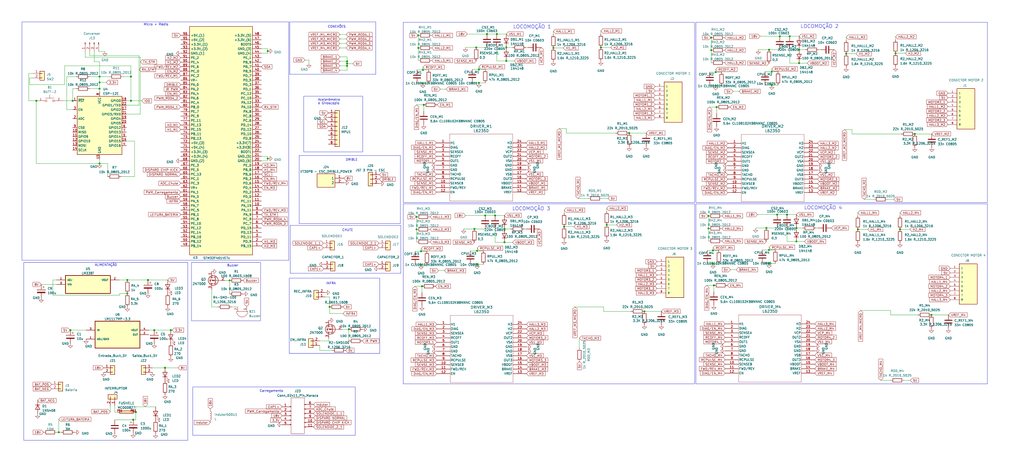
<source format=kicad_sch>
(kicad_sch (version 20230121) (generator eeschema)
  (paper "User" 580.009 270.002)
  (lib_symbols
    (symbol "1586037-8:1586037-8" (pin_names (offset 1.016))
      (property "Reference" "J" (at -5.58 12.7 0))
      (property "Value" "1586037-8" (at -5.08 -12.7 0))
      (symbol "1586037-8_0_0"
        (pin passive line (at -10.16 10.16 0) (length 5.08) (name "1") (number "1"))
        (pin passive line (at -10.16 7.62 0) (length 5.08) (name "2") (number "2"))
        (pin passive line (at -10.16 5.08 0) (length 5.08) (name "3") (number "3"))
        (pin passive line (at -10.16 2.54 0) (length 5.08) (name "4") (number "4"))
        (pin passive line (at -10.16 0 0) (length 5.08) (name "5") (number "5"))
        (pin passive line (at -10.16 -2.54 0) (length 5.08) (name "6") (number "6"))
        (pin passive line (at -10.16 -5.08 0) (length 5.08) (name "7") (number "7"))
        (pin passive line (at -10.16 -7.62 0) (length 5.08) (name "8") (number "8"))
      )
    )
    (symbol "2023-07-10_01-29-53:L6235D" (pin_names (offset 0.254))
      (property "Reference" "CR" (at 25.4 10.16 0))
      (property "Value" "L6235D" (at 25.4 7.62 0))
      (symbol "L6235D_0_1"
        (pin input line (at 0 0 0) (length 7.62) (name "H1") (number "1"))
        (pin power_in line (at 0 -22.86 0) (length 7.62) (name "SENSEB") (number "10"))
        (pin input line (at 0 -25.4 0) (length 7.62) (name "FWD/REV") (number "11"))
        (pin input line (at 0 -27.94 0) (length 7.62) (name "EN") (number "12"))
        (pin input line (at 50.8 -27.94 180) (length 7.62) (name "VREF") (number "13"))
        (pin input line (at 50.8 -25.4 180) (length 7.62) (name "BRAKE") (number "14"))
        (pin power_in line (at 50.8 -22.86 180) (length 7.62) (name "VBOOT") (number "15"))
        (pin output line (at 50.8 -20.32 180) (length 7.62) (name "OUT3") (number "16"))
        (pin power_in line (at 50.8 -17.78 180) (length 7.62) (name "VSB") (number "17"))
        (pin power_out line (at 50.8 -15.24 180) (length 7.62) (name "GND") (number "18"))
        (pin power_out line (at 50.8 -12.7 180) (length 7.62) (name "GND") (number "19"))
        (pin output line (at 0 -2.54 0) (length 7.62) (name "DIAG") (number "2"))
        (pin power_in line (at 50.8 -10.16 180) (length 7.62) (name "VSA") (number "20"))
        (pin output line (at 50.8 -7.62 180) (length 7.62) (name "OUT2") (number "21"))
        (pin power_in line (at 50.8 -5.08 180) (length 7.62) (name "VCP") (number "22"))
        (pin input line (at 50.8 -2.54 180) (length 7.62) (name "H2") (number "23"))
        (pin input line (at 50.8 0 180) (length 7.62) (name "H3") (number "24"))
        (pin power_in line (at 0 -5.08 0) (length 7.62) (name "SENSEA") (number "3"))
        (pin unspecified line (at 0 -7.62 0) (length 7.62) (name "RCOFF") (number "4"))
        (pin output line (at 0 -10.16 0) (length 7.62) (name "OUT1") (number "5"))
        (pin power_out line (at 0 -12.7 0) (length 7.62) (name "GND") (number "6"))
        (pin power_out line (at 0 -15.24 0) (length 7.62) (name "GND") (number "7"))
        (pin output line (at 0 -17.78 0) (length 7.62) (name "TACHO") (number "8"))
        (pin unspecified line (at 0 -20.32 0) (length 7.62) (name "RCPULSE") (number "9"))
      )
    )
    (symbol "BUTT-2:BUTT-2" (pin_names (offset 1.016))
      (property "Reference" "S" (at -5.08 3.81 0))
      (property "Value" "BUTT-2" (at -5.08 -3.81 0))
      (symbol "BUTT-2_0_0"
        (pin passive line (at -7.62 0 0) (length 5.08) (name "~") (number "1"))
        (pin passive line (at 7.62 0 180) (length 5.08) (name "~") (number "2"))
      )
    )
    (symbol "Connector:Conn_01x04_Pin" (pin_names (offset 1.016) hide)
      (property "Reference" "J" (at 0 5.08 0))
      (property "Value" "Conn_01x04_Pin" (at 0 -7.62 0))
      (symbol "Conn_01x04_Pin_1_1"
        (pin passive line (at 5.08 2.54 180) (length 3.81) (name "Pin_1") (number "1"))
        (pin passive line (at 5.08 0 180) (length 3.81) (name "Pin_2") (number "2"))
        (pin passive line (at 5.08 -2.54 180) (length 3.81) (name "Pin_3") (number "3"))
        (pin passive line (at 5.08 -5.08 180) (length 3.81) (name "Pin_4") (number "4"))
      )
    )
    (symbol "Connector_Generic:Conn_01x02" (pin_names (offset 1.016) hide)
      (property "Reference" "J" (at 0 2.54 0))
      (property "Value" "Conn_01x02" (at 0 -5.08 0))
      (symbol "Conn_01x02_1_1"
        (pin passive line (at -5.08 0 0) (length 3.81) (name "Pin_1") (number "1"))
        (pin passive line (at -5.08 -2.54 0) (length 3.81) (name "Pin_2") (number "2"))
      )
    )
    (symbol "Connector_Generic:Conn_01x03" (pin_names (offset 1.016) hide)
      (property "Reference" "J" (at 0 5.08 0))
      (property "Value" "Conn_01x03" (at 0 -5.08 0))
      (symbol "Conn_01x03_1_1"
        (pin passive line (at -5.08 2.54 0) (length 3.81) (name "Pin_1") (number "1"))
        (pin passive line (at -5.08 0 0) (length 3.81) (name "Pin_2") (number "2"))
        (pin passive line (at -5.08 -2.54 0) (length 3.81) (name "Pin_3") (number "3"))
      )
    )
    (symbol "Connector_Generic:Conn_01x08" (pin_names (offset 1.016) hide)
      (property "Reference" "J" (at 0 10.16 0))
      (property "Value" "Conn_01x08" (at 0 -12.7 0))
      (symbol "Conn_01x08_1_1"
        (pin passive line (at -5.08 7.62 0) (length 3.81) (name "Pin_1") (number "1"))
        (pin passive line (at -5.08 5.08 0) (length 3.81) (name "Pin_2") (number "2"))
        (pin passive line (at -5.08 2.54 0) (length 3.81) (name "Pin_3") (number "3"))
        (pin passive line (at -5.08 0 0) (length 3.81) (name "Pin_4") (number "4"))
        (pin passive line (at -5.08 -2.54 0) (length 3.81) (name "Pin_5") (number "5"))
        (pin passive line (at -5.08 -5.08 0) (length 3.81) (name "Pin_6") (number "6"))
        (pin passive line (at -5.08 -7.62 0) (length 3.81) (name "Pin_7") (number "7"))
        (pin passive line (at -5.08 -10.16 0) (length 3.81) (name "Pin_8") (number "8"))
      )
    )
    (symbol "Device:Buzzer" (pin_names (offset 0.0254) hide)
      (property "Reference" "BZ" (at 3.81 1.27 0))
      (property "Value" "Buzzer" (at 3.81 -1.27 0))
      (symbol "Buzzer_1_1"
        (pin passive line (at -2.54 2.54 0) (length 2.54) (name "-") (number "1"))
        (pin passive line (at -2.54 -2.54 0) (length 2.54) (name "+") (number "2"))
      )
    )
    (symbol "Device:C" (pin_numbers hide) (pin_names (offset 0.254))
      (property "Reference" "C" (at 0.635 2.54 0))
      (property "Value" "C" (at 0.635 -2.54 0))
      (symbol "C_1_1"
        (pin passive line (at 0 3.81 270) (length 2.794) (name "~") (number "1"))
        (pin passive line (at 0 -3.81 90) (length 2.794) (name "~") (number "2"))
      )
    )
    (symbol "Device:C_Polarized" (pin_numbers hide) (pin_names (offset 0.254))
      (property "Reference" "C" (at 0.635 2.54 0))
      (property "Value" "C_Polarized" (at 0.635 -2.54 0))
      (symbol "C_Polarized_1_1"
        (pin passive line (at 0 3.81 270) (length 2.794) (name "~") (number "1"))
        (pin passive line (at 0 -3.81 90) (length 2.794) (name "~") (number "2"))
      )
    )
    (symbol "Device:L" (pin_numbers hide) (pin_names (offset 1.016) hide)
      (property "Reference" "L" (at -1.27 0 90))
      (property "Value" "L" (at 1.905 0 90))
      (symbol "L_1_1"
        (pin passive line (at 0 3.81 270) (length 1.27) (name "1") (number "1"))
        (pin passive line (at 0 -3.81 90) (length 1.27) (name "2") (number "2"))
      )
    )
    (symbol "Device:LED" (pin_numbers hide) (pin_names (offset 1.016) hide)
      (property "Reference" "D" (at 0 2.54 0))
      (property "Value" "LED" (at 0 -2.54 0))
      (symbol "LED_1_1"
        (pin passive line (at -3.81 0 0) (length 2.54) (name "K") (number "1"))
        (pin passive line (at 3.81 0 180) (length 2.54) (name "A") (number "2"))
      )
    )
    (symbol "Device:R" (pin_numbers hide) (pin_names (offset 0))
      (property "Reference" "R" (at 2.032 0 90))
      (property "Value" "R" (at 0 0 90))
      (symbol "R_1_1"
        (pin passive line (at 0 3.81 270) (length 1.27) (name "~") (number "1"))
        (pin passive line (at 0 -3.81 90) (length 1.27) (name "~") (number "2"))
      )
    )
    (symbol "Diode:1N4148" (pin_numbers hide) (pin_names hide)
      (property "Reference" "D" (at 0 2.54 0))
      (property "Value" "1N4148" (at 0 -2.54 0))
      (symbol "1N4148_1_1"
        (pin passive line (at -3.81 0 0) (length 2.54) (name "K") (number "1"))
        (pin passive line (at 3.81 0 180) (length 2.54) (name "A") (number "2"))
      )
    )
    (symbol "Diode:1N5408" (pin_numbers hide) (pin_names hide)
      (property "Reference" "D" (at 0 2.54 0))
      (property "Value" "1N5408" (at 0 -2.54 0))
      (symbol "1N5408_1_1"
        (pin passive line (at -3.81 0 0) (length 2.54) (name "K") (number "1"))
        (pin passive line (at 3.81 0 180) (length 2.54) (name "A") (number "2"))
      )
    )
    (symbol "LM1117MP-3.3:LM1117MP-3.3" (pin_names (offset 1.016))
      (property "Reference" "U" (at -5.474 6.1105 0))
      (property "Value" "LM1117MP-3.3" (at -4.3824 -12.7648 0))
      (symbol "LM1117MP-3.3_0_0"
        (pin passive line (at -17.78 -5.08 0) (length 5.08) (name "ADJ/GND") (number "1"))
        (pin output line (at 17.78 -2.54 180) (length 5.08) (name "OUT") (number "2"))
        (pin input line (at -17.78 0 0) (length 5.08) (name "IN") (number "3"))
        (pin output line (at 17.78 0 180) (length 5.08) (name "VOUT") (number "4"))
      )
    )
    (symbol "LM338T:LM338T" (pin_names (offset 1.016))
      (property "Reference" "U" (at -12.7 6.08 0))
      (property "Value" "LM338T" (at -12.7 -9.08 0))
      (symbol "LM338T_0_0"
        (pin input line (at -17.78 2.54 0) (length 5.08) (name "ADJ") (number "1"))
        (pin output line (at 17.78 2.54 180) (length 5.08) (name "VOUT") (number "2"))
        (pin input line (at -17.78 0 0) (length 5.08) (name "VIN") (number "3"))
      )
    )
    (symbol "MC000827:MC000827" (pin_names (offset 1.016))
      (property "Reference" "F" (at -3.81 1.397 0))
      (property "Value" "MC000827" (at -3.81 -2.921 0))
      (symbol "MC000827_0_0"
        (pin passive line (at -5.08 0 0) (length 2.54) (name "~") (number "P$1"))
        (pin passive line (at 5.08 0 180) (length 2.54) (name "~") (number "P$2"))
      )
    )
    (symbol "MCU_ST_STM32F4:STM32F401VETx"
      (property "Reference" "U2" (at 4.4959 -65.786 0))
      (property "Value" "STM32F401VETx" (at 4.4959 -68.326 0))
      (symbol "STM32F401VETx_1_1"
        (pin bidirectional line (at 22.86 -58.42 180) (length 5.08) (name "PB_15") (number "1"))
        (pin bidirectional line (at 22.86 -35.56 180) (length 5.08) (name "PA_15") (number "10"))
        (pin bidirectional line (at 22.86 -33.02 180) (length 5.08) (name "PC_11") (number "11"))
        (pin bidirectional line (at 22.86 -30.48 180) (length 5.08) (name "PD_0") (number "12"))
        (pin bidirectional line (at 22.86 -27.94 180) (length 5.08) (name "PD_2") (number "13"))
        (pin bidirectional line (at 22.86 -25.4 180) (length 5.08) (name "PD_4") (number "14"))
        (pin bidirectional line (at 22.86 -22.86 180) (length 5.08) (name "PD_6") (number "15"))
        (pin bidirectional line (at 22.86 -20.32 180) (length 5.08) (name "PB_3") (number "16"))
        (pin bidirectional line (at 22.86 -17.78 180) (length 5.08) (name "PB_6") (number "17"))
        (pin bidirectional line (at 22.86 -15.24 180) (length 5.08) (name "PB_8") (number "18"))
        (pin bidirectional line (at 22.86 -12.7 180) (length 5.08) (name "PE_0") (number "19"))
        (pin bidirectional line (at 22.86 -55.88 180) (length 5.08) (name "PD_9") (number "2"))
        (pin power_in line (at 22.86 -10.16 180) (length 5.08) (name "GND_(6)") (number "20"))
        (pin power_in line (at 22.86 -7.62 180) (length 5.08) (name "GND_(5)") (number "21"))
        (pin bidirectional line (at 22.86 -5.08 180) (length 5.08) (name "BOOT1") (number "22"))
        (pin power_in line (at 22.86 -2.54 180) (length 5.08) (name "+3.3V(8)") (number "23"))
        (pin power_in line (at 22.86 0 180) (length 5.08) (name "+3.3V(7)") (number "24"))
        (pin bidirectional line (at 22.86 2.54 180) (length 5.08) (name "PD_8") (number "25"))
        (pin bidirectional line (at 22.86 5.08 180) (length 5.08) (name "PD_10") (number "26"))
        (pin bidirectional line (at 22.86 7.62 180) (length 5.08) (name "PD_12") (number "27"))
        (pin bidirectional line (at 22.86 10.16 180) (length 5.08) (name "PD_14") (number "28"))
        (pin bidirectional line (at 22.86 12.7 180) (length 5.08) (name "PC_6") (number "29"))
        (pin bidirectional line (at 22.86 -53.34 180) (length 5.08) (name "PD_11") (number "3"))
        (pin bidirectional line (at 22.86 15.24 180) (length 5.08) (name "PC_8") (number "30"))
        (pin bidirectional line (at 22.86 17.78 180) (length 5.08) (name "PA_8") (number "31"))
        (pin bidirectional line (at 22.86 20.32 180) (length 5.08) (name "PA_10") (number "32"))
        (pin bidirectional line (at 22.86 22.86 180) (length 5.08) (name "PA_12") (number "33"))
        (pin bidirectional line (at 22.86 25.4 180) (length 5.08) (name "PC_10") (number "34"))
        (pin bidirectional line (at 22.86 27.94 180) (length 5.08) (name "PC_12") (number "35"))
        (pin bidirectional line (at 22.86 30.48 180) (length 5.08) (name "PD_1") (number "36"))
        (pin bidirectional line (at 22.86 33.02 180) (length 5.08) (name "PD_3") (number "37"))
        (pin bidirectional line (at 22.86 35.56 180) (length 5.08) (name "PD_5") (number "38"))
        (pin bidirectional line (at 22.86 38.1 180) (length 5.08) (name "PD_7") (number "39"))
        (pin bidirectional line (at 22.86 -50.8 180) (length 5.08) (name "PD_13") (number "4"))
        (pin bidirectional line (at 22.86 40.64 180) (length 5.08) (name "PB_5") (number "40"))
        (pin bidirectional line (at 22.86 43.18 180) (length 5.08) (name "PB_7") (number "41"))
        (pin bidirectional line (at 22.86 45.72 180) (length 5.08) (name "PB_9") (number "42"))
        (pin bidirectional line (at 22.86 48.26 180) (length 5.08) (name "PE_1") (number "43"))
        (pin power_in line (at 22.86 50.8 180) (length 5.08) (name "GND_(4)") (number "44"))
        (pin power_in line (at 22.86 53.34 180) (length 5.08) (name "GND_(3)") (number "45"))
        (pin bidirectional line (at 22.86 55.88 180) (length 5.08) (name "BOOT0") (number "46"))
        (pin power_in line (at 22.86 58.42 180) (length 5.08) (name "+3.3V_(6)") (number "47"))
        (pin power_in line (at 22.86 60.96 180) (length 5.08) (name "+3.3V_(5)") (number "48"))
        (pin bidirectional line (at -22.86 -58.42 0) (length 5.08) (name "PB_14") (number "49"))
        (pin bidirectional line (at 22.86 -48.26 180) (length 5.08) (name "PD_15") (number "5"))
        (pin bidirectional line (at -22.86 -55.88 0) (length 5.08) (name "PB_12") (number "50"))
        (pin bidirectional line (at -22.86 -53.34 0) (length 5.08) (name "PB_10") (number "51"))
        (pin bidirectional line (at -22.86 -50.8 0) (length 5.08) (name "PE_14") (number "52"))
        (pin bidirectional line (at -22.86 -48.26 0) (length 5.08) (name "PE_12") (number "53"))
        (pin bidirectional line (at -22.86 -45.72 0) (length 5.08) (name "PE_10") (number "54"))
        (pin bidirectional line (at -22.86 -43.18 0) (length 5.08) (name "PE_8") (number "55"))
        (pin bidirectional line (at -22.86 -40.64 0) (length 5.08) (name "PB_1") (number "56"))
        (pin bidirectional line (at -22.86 -38.1 0) (length 5.08) (name "PC_5") (number "57"))
        (pin bidirectional line (at -22.86 -35.56 0) (length 5.08) (name "PA_7") (number "58"))
        (pin bidirectional line (at -22.86 -33.02 0) (length 5.08) (name "PA_5") (number "59"))
        (pin bidirectional line (at 22.86 -45.72 180) (length 5.08) (name "PC_7") (number "6"))
        (pin bidirectional line (at -22.86 -30.48 0) (length 5.08) (name "PA_3") (number "60"))
        (pin bidirectional line (at -22.86 -27.94 0) (length 5.08) (name "PA_1") (number "61"))
        (pin power_in line (at -22.86 -25.4 0) (length 5.08) (name "VR+") (number "62"))
        (pin bidirectional line (at -22.86 -22.86 0) (length 5.08) (name "PC_3") (number "63"))
        (pin bidirectional line (at -22.86 -20.32 0) (length 5.08) (name "PC_1") (number "64"))
        (pin bidirectional line (at -22.86 -17.78 0) (length 5.08) (name "PC_13") (number "65"))
        (pin bidirectional line (at -22.86 -15.24 0) (length 5.08) (name "PE_5") (number "66"))
        (pin bidirectional line (at -22.86 -12.7 0) (length 5.08) (name "PE_3") (number "67"))
        (pin power_in line (at -22.86 -10.16 0) (length 5.08) (name "GND_(2)") (number "68"))
        (pin power_in line (at -22.86 -7.62 0) (length 5.08) (name "+3.3V_(4)") (number "69"))
        (pin bidirectional line (at 22.86 -43.18 180) (length 5.08) (name "PC_9") (number "7"))
        (pin power_in line (at -22.86 -5.08 0) (length 5.08) (name "+3.3V_(3)") (number "70"))
        (pin power_in line (at -22.86 -2.54 0) (length 5.08) (name "+5V_(4)") (number "71"))
        (pin power_in line (at -22.86 0 0) (length 5.08) (name "+5V_(3)") (number "72"))
        (pin bidirectional line (at -22.86 2.54 0) (length 5.08) (name "PB_13") (number "73"))
        (pin bidirectional line (at -22.86 5.08 0) (length 5.08) (name "PB_11") (number "74"))
        (pin bidirectional line (at -22.86 7.62 0) (length 5.08) (name "PE_15") (number "75"))
        (pin bidirectional line (at -22.86 10.16 0) (length 5.08) (name "PE_13") (number "76"))
        (pin bidirectional line (at -22.86 12.7 0) (length 5.08) (name "PE_11") (number "77"))
        (pin bidirectional line (at -22.86 15.24 0) (length 5.08) (name "PE_9") (number "78"))
        (pin bidirectional line (at -22.86 17.78 0) (length 5.08) (name "PE_7") (number "79"))
        (pin bidirectional line (at 22.86 -40.64 180) (length 5.08) (name "PA_9") (number "8"))
        (pin bidirectional line (at -22.86 20.32 0) (length 5.08) (name "PB_0") (number "80"))
        (pin bidirectional line (at -22.86 22.86 0) (length 5.08) (name "PC_4") (number "81"))
        (pin bidirectional line (at -22.86 25.4 0) (length 5.08) (name "PA_6") (number "82"))
        (pin bidirectional line (at -22.86 27.94 0) (length 5.08) (name "PA_4") (number "83"))
        (pin bidirectional line (at -22.86 30.48 0) (length 5.08) (name "PA_2") (number "84"))
        (pin bidirectional line (at -22.86 33.02 0) (length 5.08) (name "PA_0") (number "85"))
        (pin power_in line (at -22.86 35.56 0) (length 5.08) (name "VR-") (number "86"))
        (pin bidirectional line (at -22.86 38.1 0) (length 5.08) (name "PC_2") (number "87"))
        (pin bidirectional line (at -22.86 40.64 0) (length 5.08) (name "PC_0") (number "88"))
        (pin bidirectional line (at -22.86 43.18 0) (length 5.08) (name "PE_6") (number "89"))
        (pin bidirectional line (at 22.86 -38.1 180) (length 5.08) (name "PA_11") (number "9"))
        (pin bidirectional line (at -22.86 45.72 0) (length 5.08) (name "PE_4") (number "90"))
        (pin bidirectional line (at -22.86 48.26 0) (length 5.08) (name "PE_2") (number "91"))
        (pin power_in line (at -22.86 50.8 0) (length 5.08) (name "GND_(1)") (number "92"))
        (pin power_in line (at -22.86 53.34 0) (length 5.08) (name "+3.3V_(2)") (number "93"))
        (pin power_in line (at -22.86 55.88 0) (length 5.08) (name "+3.3V_(1)") (number "94"))
        (pin power_in line (at -22.86 58.42 0) (length 5.08) (name "+5V_(2)") (number "95"))
        (pin power_in line (at -22.86 60.96 0) (length 5.08) (name "+5V_(1)") (number "96"))
      )
    )
    (symbol "Maraca:Conn_02x11_Pin_Maraca" (pin_names (offset 1.016) hide)
      (property "Reference" "J" (at -29.21 16.51 0))
      (property "Value" "Conn_02x11_Pin_Maraca" (at -29.21 -7.62 0))
      (symbol "Conn_02x11_Pin_Maraca_1_1"
        (pin passive line (at -20.32 10.16 180) (length 3.81) (name "Pin_1") (number "1"))
        (pin passive line (at -38.1 1.27 0) (length 3.81) (name "Pin_10") (number "10"))
        (pin passive line (at -38.1 -1.27 0) (length 3.81) (name "Pin_11") (number "11"))
        (pin passive line (at -20.32 7.62 180) (length 3.81) (name "Pin_2") (number "2"))
        (pin passive line (at -20.32 5.08 180) (length 3.81) (name "Pin_3") (number "3"))
        (pin passive line (at -20.32 2.54 180) (length 3.81) (name "Pin_4") (number "4"))
        (pin passive line (at -20.32 0 180) (length 3.81) (name "Pin_5") (number "5"))
        (pin passive line (at -38.1 11.43 0) (length 3.81) (name "Pin_6") (number "6"))
        (pin passive line (at -38.1 8.89 0) (length 3.81) (name "Pin_7") (number "7"))
        (pin passive line (at -38.1 6.35 0) (length 3.81) (name "Pin_8") (number "8"))
        (pin passive line (at -38.1 3.81 0) (length 3.81) (name "Pin_9") (number "9"))
      )
    )
    (symbol "RF_Module:ESP-12E"
      (property "Reference" "U" (at -12.7 19.05 0))
      (property "Value" "ESP-12E" (at 12.7 19.05 0))
      (symbol "ESP-12E_1_1"
        (pin input line (at -15.24 15.24 0) (length 2.54) (name "~{RST}") (number "1"))
        (pin bidirectional line (at -15.24 -2.54 0) (length 2.54) (name "MISO") (number "10"))
        (pin bidirectional line (at -15.24 -5.08 0) (length 2.54) (name "GPIO9") (number "11"))
        (pin bidirectional line (at -15.24 -7.62 0) (length 2.54) (name "GPIO10") (number "12"))
        (pin bidirectional line (at -15.24 -10.16 0) (length 2.54) (name "MOSI") (number "13"))
        (pin bidirectional line (at -15.24 -12.7 0) (length 2.54) (name "SCLK") (number "14"))
        (pin power_in line (at 0 -17.78 90) (length 2.54) (name "GND") (number "15"))
        (pin bidirectional line (at 15.24 -7.62 180) (length 2.54) (name "GPIO15") (number "16"))
        (pin bidirectional line (at 15.24 10.16 180) (length 2.54) (name "GPIO2") (number "17"))
        (pin bidirectional line (at 15.24 15.24 180) (length 2.54) (name "GPIO0") (number "18"))
        (pin bidirectional line (at 15.24 5.08 180) (length 2.54) (name "GPIO4") (number "19"))
        (pin input line (at -15.24 5.08 0) (length 2.54) (name "ADC") (number "2"))
        (pin bidirectional line (at 15.24 2.54 180) (length 2.54) (name "GPIO5") (number "20"))
        (pin bidirectional line (at 15.24 7.62 180) (length 2.54) (name "GPIO3/RXD") (number "21"))
        (pin bidirectional line (at 15.24 12.7 180) (length 2.54) (name "GPIO1/TXD") (number "22"))
        (pin input line (at -15.24 10.16 0) (length 2.54) (name "EN") (number "3"))
        (pin bidirectional line (at 15.24 -10.16 180) (length 2.54) (name "GPIO16") (number "4"))
        (pin bidirectional line (at 15.24 -5.08 180) (length 2.54) (name "GPIO14") (number "5"))
        (pin bidirectional line (at 15.24 0 180) (length 2.54) (name "GPIO12") (number "6"))
        (pin bidirectional line (at 15.24 -2.54 180) (length 2.54) (name "GPIO13") (number "7"))
        (pin power_in line (at 0 20.32 270) (length 2.54) (name "VCC") (number "8"))
        (pin input line (at -15.24 0 0) (length 2.54) (name "CS0") (number "9"))
      )
    )
    (symbol "Transistor_FET:2N7000" (pin_names hide)
      (property "Reference" "Q" (at 5.08 1.905 0))
      (property "Value" "2N7000" (at 5.08 0 0))
      (symbol "2N7000_1_1"
        (pin passive line (at 2.54 -5.08 90) (length 2.54) (name "S") (number "1"))
        (pin input line (at -5.08 0 0) (length 2.54) (name "G") (number "2"))
        (pin passive line (at 2.54 5.08 270) (length 2.54) (name "D") (number "3"))
      )
    )
    (symbol "XT30PB:XT30PB"
      (property "Reference" "J" (at 16.51 7.62 0))
      (property "Value" "XT30PB" (at 16.51 5.08 0))
      (symbol "XT30PB_1_1"
        (pin passive line (at 0 0 0) (length 5.08) (name "1") (number "1"))
        (pin passive line (at 0 -2.54 0) (length 5.08) (name "2") (number "2"))
      )
    )
    (symbol "power:GND" (power) (pin_names (offset 0))
      (property "Value" "GND" (at 0 -3.81 0))
      (symbol "GND_1_1"
        (pin power_in line (at 0 0 270) (length 0) hide (name "GND") (number "1"))
      )
    )
  )
  (junction (at 275.844 19.304))
  (junction (at 452.628 28.194))
  (junction (at 435.61 28.194))
  (junction (at 509.778 130.048))
  (junction (at 518.16 75.946))
  (junction (at 441.706 20.574))
  (junction (at 451.104 129.286))
  (junction (at 313.436 27.178))
  (junction (at 527.558 178.562))
  (junction (at 271.272 46.99))
  (junction (at 56.388 46.736))
  (junction (at 435.61 141.732))
  (junction (at 151.638 28.956))
  (junction (at 445.77 121.666))
  (junction (at 235.966 130.048))
  (junction (at 405.384 40.894))
  (junction (at 319.532 128.524))
  (junction (at 96.774 187.198))
  (junction (at 507.238 30.226))
  (junction (at 72.136 158.75))
  (junction (at 75.438 237.998))
  (junction (at 196.596 37.338))
  (junction (at 485.902 130.048))
  (junction (at 41.148 57.15))
  (junction (at 405.892 60.706))
  (junction (at 238.506 150.114))
  (junction (at 403.86 149.606))
  (junction (at 286.766 34.544))
  (junction (at 274.828 122.174))
  (junction (at 33.274 245.11))
  (junction (at 405.384 48.514))
  (junction (at 402.844 21.336))
  (junction (at 239.522 47.244))
  (junction (at 196.596 36.068))
  (junction (at 197.612 186.69))
  (junction (at 343.662 127.508))
  (junction (at 268.732 129.794))
  (junction (at 196.596 34.798))
  (junction (at 404.368 161.798))
  (junction (at 447.294 20.574))
  (junction (at 451.104 136.906))
  (junction (at 20.574 57.15))
  (junction (at 236.982 20.066))
  (junction (at 286.766 26.924))
  (junction (at 434.086 129.286))
  (junction (at 271.272 39.37))
  (junction (at 56.388 43.434))
  (junction (at 56.388 50.292))
  (junction (at 74.168 57.15))
  (junction (at 235.966 122.936))
  (junction (at 72.136 166.37))
  (junction (at 83.82 158.75))
  (junction (at 285.75 137.414))
  (junction (at 356.362 75.438))
  (junction (at 437.134 48.26))
  (junction (at 403.86 141.986))
  (junction (at 402.844 28.448))
  (junction (at 285.75 129.794))
  (junction (at 440.182 121.666))
  (junction (at 452.628 35.814))
  (junction (at 239.522 39.624))
  (junction (at 238.506 142.494))
  (junction (at 236.982 27.178))
  (junction (at 240.03 59.436))
  (junction (at 435.61 149.352))
  (junction (at 74.168 43.434))
  (junction (at 340.36 26.924))
  (junction (at 270.256 149.86))
  (junction (at 437.134 40.64))
  (junction (at 270.256 142.24))
  (junction (at 76.962 233.68))
  (junction (at 269.748 26.924))
  (junction (at 364.998 176.53))
  (junction (at 280.416 122.174))
  (junction (at 39.878 187.198))
  (junction (at 401.32 129.54))
  (junction (at 479.298 30.48))
  (junction (at 239.014 162.306))
  (junction (at 130.048 159.004))
  (junction (at 93.472 208.534))
  (junction (at 401.32 122.428))
  (junction (at 87.376 187.198))
  (junction (at 56.388 92.71))
  (junction (at 281.432 19.304))
  (junction (at 151.638 89.916))
  (junction (at 186.69 173.99))
  (wire (pts (xy 344.424 112.522) (xy 340.868 112.522)))
  (wire (pts (xy 274.828 46.99) (xy 271.272 46.99)))
  (wire (pts (xy 537.21 178.562) (xy 527.558 178.562)))
  (wire (pts (xy 285.75 129.794) (xy 289.306 129.794)))
  (wire (pts (xy 275.844 19.304) (xy 281.432 19.304)))
  (wire (pts (xy 16.256 57.15) (xy 20.574 57.15)))
  (wire (pts (xy 441.706 20.574) (xy 447.294 20.574)))
  (wire (pts (xy 451.104 129.286) (xy 454.66 129.286)))
  (wire (pts (xy 242.824 39.624) (xy 239.522 39.624)))
  (wire (pts (xy 37.846 62.23) (xy 41.148 62.23)))
  (wire (pts (xy 65.024 233.68) (xy 66.548 233.68)))
  (wire (pts (xy 408.686 40.894) (xy 405.384 40.894)))
  (wire (pts (xy 56.388 50.292) (xy 56.388 46.736)))
  (wire (pts (xy 515.62 215.646) (xy 512.064 215.646)))
  (wire (pts (xy 32.004 161.29) (xy 23.368 161.29)))
  (wire (pts (xy 196.088 24.638) (xy 192.532 24.638)))
  (wire (pts (xy 343.662 118.11) (xy 343.662 119.888)))
  (wire (pts (xy 234.95 162.306) (xy 239.014 162.306)))
  (wire (pts (xy 74.168 43.434) (xy 69.596 43.434)))
  (wire (pts (xy 240.03 62.992) (xy 240.03 59.436)))
  (wire (pts (xy 327.406 112.522) (xy 333.248 112.522)))
  (wire (pts (xy 151.638 88.646) (xy 148.082 88.646)))
  (wire (pts (xy 196.596 34.798) (xy 196.596 36.068)))
  (wire (pts (xy 241.808 142.494) (xy 238.506 142.494)))
  (wire (pts (xy 407.162 141.986) (xy 403.86 141.986)))
  (wire (pts (xy 348.742 75.438) (xy 320.802 75.438)))
  (wire (pts (xy 75.438 237.998) (xy 76.962 237.998)))
  (wire (pts (xy 264.668 19.304) (xy 275.844 19.304)))
  (wire (pts (xy 29.972 167.386) (xy 67.818 167.386)))
  (wire (pts (xy 437.134 39.116) (xy 437.134 40.64)))
  (wire (pts (xy 415.29 51.816) (xy 418.592 51.816)))
  (wire (pts (xy 186.69 168.402) (xy 184.15 168.402)))
  (wire (pts (xy 527.812 75.946) (xy 518.16 75.946)))
  (wire (pts (xy 151.638 28.956) (xy 151.638 27.686)))
  (wire (pts (xy 239.522 39.624) (xy 236.22 39.624)))
  (wire (pts (xy 437.134 48.26) (xy 433.324 48.26)))
  (wire (pts (xy 76.2 80.01) (xy 76.2 100.076)))
  (wire (pts (xy 401.828 60.706) (xy 405.892 60.706)))
  (wire (pts (xy 16.764 44.196) (xy 16.764 48.006)))
  (wire (pts (xy 56.388 92.71) (xy 20.574 92.71)))
  (wire (pts (xy 20.574 92.71) (xy 20.574 57.15)))
  (wire (pts (xy 235.966 130.048) (xy 235.966 122.936)))
  (wire (pts (xy 328.168 191.77) (xy 328.168 197.358)))
  (wire (pts (xy 119.888 173.99) (xy 119.888 164.084)))
  (wire (pts (xy 41.148 57.15) (xy 35.814 57.15)))
  (wire (pts (xy 407.162 149.606) (xy 403.86 149.606)))
  (wire (pts (xy 281.432 19.304) (xy 286.766 19.304)))
  (wire (pts (xy 291.338 34.544) (xy 286.766 34.544)))
  (wire (pts (xy 123.444 173.99) (xy 119.888 173.99)))
  (wire (pts (xy 271.272 37.846) (xy 271.272 39.37)))
  (wire (pts (xy 498.856 215.646) (xy 504.444 215.646)))
  (wire (pts (xy 286.766 26.924) (xy 290.322 26.924)))
  (wire (pts (xy 139.7 173.736) (xy 139.7 173.99)))
  (wire (pts (xy 36.576 48.006) (xy 36.576 37.338)))
  (wire (pts (xy 32.258 245.11) (xy 33.274 245.11)))
  (wire (pts (xy 439.166 149.352) (xy 435.61 149.352)))
  (wire (pts (xy 236.982 27.178) (xy 236.982 20.066)))
  (wire (pts (xy 37.846 43.434) (xy 37.846 62.23)))
  (wire (pts (xy 238.506 150.114) (xy 235.204 150.114)))
  (wire (pts (xy 235.966 59.436) (xy 240.03 59.436)))
  (wire (pts (xy 186.182 191.77) (xy 186.182 193.294)))
  (wire (pts (xy 181.102 198.628) (xy 181.102 195.834)))
  (wire (pts (xy 463.804 28.194) (xy 464.82 28.194)))
  (wire (pts (xy 439.166 141.732) (xy 435.61 141.732)))
  (wire (pts (xy 65.024 238.252) (xy 65.024 237.998)))
  (wire (pts (xy 515.366 130.048) (xy 509.778 130.048)))
  (wire (pts (xy 270.256 142.24) (xy 266.446 142.24)))
  (wire (pts (xy 403.86 140.462) (xy 403.86 141.986)))
  (wire (pts (xy 56.388 92.71) (xy 60.96 92.71)))
  (wire (pts (xy 274.828 122.174) (xy 280.416 122.174)))
  (wire (pts (xy 434.086 129.286) (xy 440.182 129.286)))
  (wire (pts (xy 434.086 129.286) (xy 427.99 129.286)))
  (wire (pts (xy 193.802 186.69) (xy 197.612 186.69)))
  (wire (pts (xy 455.676 136.906) (xy 451.104 136.906)))
  (wire (pts (xy 56.388 43.434) (xy 56.388 35.052)))
  (wire (pts (xy 271.272 39.37) (xy 267.462 39.37)))
  (wire (pts (xy 186.69 177.8) (xy 194.31 177.8)))
  (wire (pts (xy 32.004 158.75) (xy 29.972 158.75)))
  (wire (pts (xy 451.104 136.906) (xy 445.77 136.906)))
  (wire (pts (xy 36.576 37.338) (xy 74.168 37.338)))
  (wire (pts (xy 148.082 30.226) (xy 151.638 30.226)))
  (wire (pts (xy 87.376 187.198) (xy 96.774 187.198)))
  (wire (pts (xy 366.014 75.438) (xy 356.362 75.438)))
  (wire (pts (xy 148.082 91.186) (xy 151.638 91.186)))
  (wire (pts (xy 290.322 137.414) (xy 285.75 137.414)))
  (wire (pts (xy 341.884 176.53) (xy 341.884 173.99)))
  (wire (pts (xy 286.766 34.544) (xy 281.432 34.544)))
  (wire (pts (xy 56.388 43.434) (xy 50.8 43.434)))
  (wire (pts (xy 429.006 121.666) (xy 440.182 121.666)))
  (wire (pts (xy 18.796 44.196) (xy 16.764 44.196)))
  (wire (pts (xy 296.926 129.794) (xy 297.942 129.794)))
  (wire (pts (xy 196.596 39.878) (xy 192.532 39.878)))
  (wire (pts (xy 56.388 50.292) (xy 50.8 50.292)))
  (wire (pts (xy 238.506 142.494) (xy 235.204 142.494)))
  (wire (pts (xy 100.838 208.534) (xy 93.472 208.534)))
  (wire (pts (xy 39.878 187.198) (xy 48.768 187.198)))
  (wire (pts (xy 482.6 75.946) (xy 510.54 75.946)))
  (wire (pts (xy 403.86 141.986) (xy 400.558 141.986)))
  (wire (pts (xy 236.982 20.066) (xy 236.728 20.066)))
  (wire (pts (xy 196.088 22.098) (xy 192.532 22.098)))
  (wire (pts (xy 188.214 198.628) (xy 181.102 198.628)))
  (wire (pts (xy 59.436 29.21) (xy 55.88 29.21)))
  (wire (pts (xy 74.168 37.338) (xy 74.168 43.434)))
  (wire (pts (xy 345.948 26.924) (xy 340.36 26.924)))
  (wire (pts (xy 249.428 50.546) (xy 252.73 50.546)))
  (wire (pts (xy 39.624 187.198) (xy 39.878 187.198)))
  (wire (pts (xy 235.966 130.048) (xy 235.966 137.16)))
  (wire (pts (xy 401.32 129.54) (xy 401.32 136.652)))
  (wire (pts (xy 445.77 136.906) (xy 445.77 129.286)))
  (wire (pts (xy 313.436 17.78) (xy 313.436 19.558)))
  (wire (pts (xy 239.522 47.244) (xy 236.22 47.244)))
  (wire (pts (xy 76.962 233.68) (xy 76.708 233.68)))
  (wire (pts (xy 33.274 237.744) (xy 33.274 245.11)))
  (wire (pts (xy 487.426 176.022) (xy 504.444 176.022)))
  (wire (pts (xy 484.886 30.48) (xy 479.298 30.48)))
  (wire (pts (xy 462.28 129.286) (xy 463.296 129.286)))
  (wire (pts (xy 67.564 158.75) (xy 72.136 158.75)))
  (wire (pts (xy 268.732 129.794) (xy 262.636 129.794)))
  (wire (pts (xy 78.74 31.496) (xy 78.74 59.69)))
  (wire (pts (xy 196.596 37.338) (xy 196.596 39.878)))
  (wire (pts (xy 263.652 122.174) (xy 274.828 122.174)))
  (wire (pts (xy 151.638 91.186) (xy 151.638 89.916)))
  (wire (pts (xy 56.388 43.434) (xy 61.976 43.434)))
  (wire (pts (xy 405.384 39.37) (xy 405.384 40.894)))
  (wire (pts (xy 56.388 52.07) (xy 56.388 50.292)))
  (wire (pts (xy 457.2 35.814) (xy 452.628 35.814)))
  (wire (pts (xy 130.048 166.624) (xy 130.048 159.004)))
  (wire (pts (xy 273.812 149.86) (xy 270.256 149.86)))
  (wire (pts (xy 192.532 27.178) (xy 196.088 27.178)))
  (wire (pts (xy 196.596 36.068) (xy 196.596 37.338)))
  (wire (pts (xy 325.628 173.99) (xy 341.884 173.99)))
  (wire (pts (xy 435.61 28.194) (xy 429.514 28.194)))
  (wire (pts (xy 269.748 26.924) (xy 275.844 26.924)))
  (wire (pts (xy 29.972 158.75) (xy 29.972 167.386)))
  (wire (pts (xy 271.272 46.99) (xy 267.462 46.99)))
  (wire (pts (xy 447.294 35.814) (xy 447.294 28.194)))
  (wire (pts (xy 33.274 245.11) (xy 34.544 245.11)))
  (wire (pts (xy 74.168 57.15) (xy 74.168 43.434)))
  (wire (pts (xy 504.444 178.562) (xy 519.938 178.562)))
  (wire (pts (xy 239.522 38.1) (xy 239.522 39.624)))
  (wire (pts (xy 435.61 141.732) (xy 431.8 141.732)))
  (wire (pts (xy 285.75 137.414) (xy 280.416 137.414)))
  (wire (pts (xy 79.502 64.77) (xy 79.502 32.512)))
  (wire (pts (xy 269.748 26.924) (xy 263.652 26.924)))
  (wire (pts (xy 151.638 27.686) (xy 148.082 27.686)))
  (wire (pts (xy 196.596 36.068) (xy 199.898 36.068)))
  (wire (pts (xy 404.368 165.354) (xy 404.368 161.798)))
  (wire (pts (xy 402.844 21.336) (xy 402.59 21.336)))
  (wire (pts (xy 151.638 89.916) (xy 151.638 88.646)))
  (wire (pts (xy 403.86 149.606) (xy 400.558 149.606)))
  (wire (pts (xy 437.134 40.64) (xy 433.324 40.64)))
  (wire (pts (xy 297.942 26.924) (xy 298.958 26.924)))
  (wire (pts (xy 79.502 32.512) (xy 48.26 32.512)))
  (wire (pts (xy 401.32 122.428) (xy 401.066 122.428)))
  (wire (pts (xy 62.484 230.124) (xy 62.484 233.426)))
  (wire (pts (xy 48.26 32.512) (xy 48.26 29.21)))
  (wire (pts (xy 93.472 208.534) (xy 86.36 208.534)))
  (wire (pts (xy 430.53 20.574) (xy 441.706 20.574)))
  (wire (pts (xy 400.304 161.798) (xy 404.368 161.798)))
  (wire (pts (xy 43.18 50.292) (xy 41.148 50.292)))
  (wire (pts (xy 56.388 92.71) (xy 56.388 90.17)))
  (wire (pts (xy 186.182 193.294) (xy 181.102 193.294)))
  (wire (pts (xy 186.69 173.99) (xy 186.69 168.402)))
  (wire (pts (xy 56.388 46.736) (xy 56.388 43.434)))
  (wire (pts (xy 192.532 19.558) (xy 196.088 19.558)))
  (wire (pts (xy 80.264 57.15) (xy 74.168 57.15)))
  (wire (pts (xy 71.628 57.15) (xy 74.168 57.15)))
  (wire (pts (xy 408.686 48.514) (xy 405.384 48.514)))
  (wire (pts (xy 413.766 152.908) (xy 417.068 152.908)))
  (wire (pts (xy 440.69 40.64) (xy 437.134 40.64)))
  (wire (pts (xy 41.148 57.15) (xy 41.148 50.292)))
  (wire (pts (xy 192.532 34.798) (xy 196.596 34.798)))
  (wire (pts (xy 76.2 100.076) (xy 68.58 100.076)))
  (wire (pts (xy 485.902 120.65) (xy 485.902 122.428)))
  (wire (pts (xy 482.6 75.946) (xy 482.6 73.406)))
  (wire (pts (xy 316.738 72.898) (xy 320.802 72.898)))
  (wire (pts (xy 67.818 167.386) (xy 67.818 166.37)))
  (wire (pts (xy 196.596 32.258) (xy 196.596 34.798)))
  (wire (pts (xy 238.506 140.97) (xy 238.506 142.494)))
  (wire (pts (xy 197.612 186.69) (xy 197.612 193.294)))
  (wire (pts (xy 405.384 40.894) (xy 402.082 40.894)))
  (wire (pts (xy 504.444 178.562) (xy 504.444 176.022)))
  (wire (pts (xy 507.238 20.828) (xy 507.238 22.606)))
  (wire (pts (xy 280.416 122.174) (xy 285.75 122.174)))
  (wire (pts (xy 268.732 129.794) (xy 274.828 129.794)))
  (wire (pts (xy 452.628 28.194) (xy 456.184 28.194)))
  (wire (pts (xy 72.136 158.75) (xy 83.82 158.75)))
  (wire (pts (xy 509.778 120.65) (xy 509.778 122.428)))
  (wire (pts (xy 134.62 173.99) (xy 131.064 173.99)))
  (wire (pts (xy 405.892 64.262) (xy 405.892 60.706)))
  (wire (pts (xy 341.884 176.53) (xy 357.378 176.53)))
  (wire (pts (xy 97.536 187.198) (xy 96.774 187.198)))
  (wire (pts (xy 236.982 27.178) (xy 236.982 34.29)))
  (wire (pts (xy 43.18 43.434) (xy 37.846 43.434)))
  (wire (pts (xy 512.826 30.226) (xy 507.238 30.226)))
  (wire (pts (xy 401.32 129.54) (xy 401.32 122.428)))
  (wire (pts (xy 479.298 21.082) (xy 479.298 22.86)))
  (wire (pts (xy 151.638 30.226) (xy 151.638 28.956)))
  (wire (pts (xy 239.014 165.862) (xy 239.014 162.306)))
  (wire (pts (xy 482.6 73.406) (xy 478.282 73.406)))
  (wire (pts (xy 447.294 20.574) (xy 452.628 20.574)))
  (wire (pts (xy 16.256 41.656) (xy 16.256 57.15)))
  (wire (pts (xy 65.024 237.998) (xy 75.438 237.998)))
  (wire (pts (xy 374.65 176.53) (xy 364.998 176.53)))
  (wire (pts (xy 65.024 230.124) (xy 65.024 233.68)))
  (wire (pts (xy 76.962 230.632) (xy 88.138 230.632)))
  (wire (pts (xy 325.12 128.524) (xy 319.532 128.524)))
  (wire (pts (xy 83.82 158.75) (xy 94.996 158.75)))
  (wire (pts (xy 18.796 41.656) (xy 16.256 41.656)))
  (wire (pts (xy 175.006 34.036) (xy 172.72 34.036)))
  (wire (pts (xy 435.61 140.208) (xy 435.61 141.732)))
  (wire (pts (xy 67.818 166.37) (xy 72.136 166.37)))
  (wire (pts (xy 319.532 119.126) (xy 319.532 120.904)))
  (wire (pts (xy 242.824 47.244) (xy 239.522 47.244)))
  (wire (pts (xy 319.024 27.178) (xy 313.436 27.178)))
  (wire (pts (xy 248.412 153.416) (xy 251.714 153.416)))
  (wire (pts (xy 71.628 64.77) (xy 79.502 64.77)))
  (wire (pts (xy 280.416 137.414) (xy 280.416 129.794)))
  (wire (pts (xy 50.8 29.21) (xy 50.8 31.496)))
  (wire (pts (xy 440.182 121.666) (xy 445.77 121.666)))
  (wire (pts (xy 78.74 59.69) (xy 71.628 59.69)))
  (wire (pts (xy 402.844 28.448) (xy 402.844 35.56)))
  (wire (pts (xy 274.828 39.37) (xy 271.272 39.37)))
  (wire (pts (xy 186.69 173.99) (xy 186.69 177.8)))
  (wire (pts (xy 76.962 230.632) (xy 76.962 233.68)))
  (wire (pts (xy 56.388 35.052) (xy 53.34 35.052)))
  (wire (pts (xy 50.8 31.496) (xy 78.74 31.496)))
  (wire (pts (xy 445.77 121.666) (xy 451.104 121.666)))
  (wire (pts (xy 76.962 233.68) (xy 76.962 237.998)))
  (wire (pts (xy 349.25 127.508) (xy 343.662 127.508)))
  (wire (pts (xy 241.808 150.114) (xy 238.506 150.114)))
  (wire (pts (xy 53.34 35.052) (xy 53.34 29.21)))
  (wire (pts (xy 273.812 142.24) (xy 270.256 142.24)))
  (wire (pts (xy 281.432 34.544) (xy 281.432 26.924)))
  (wire (pts (xy 452.628 35.814) (xy 447.294 35.814)))
  (wire (pts (xy 491.49 130.048) (xy 485.902 130.048)))
  (wire (pts (xy 320.802 75.438) (xy 320.802 72.898)))
  (wire (pts (xy 270.256 140.716) (xy 270.256 142.24)))
  (wire (pts (xy 405.384 48.514) (xy 402.082 48.514)))
  (wire (pts (xy 130.048 159.004) (xy 127.508 159.004)))
  (wire (pts (xy 16.764 48.006) (xy 36.576 48.006)))
  (wire (pts (xy 192.532 37.338) (xy 196.596 37.338)))
  (wire (pts (xy 71.628 80.01) (xy 76.2 80.01)))
  (wire (pts (xy 60.96 92.71) (xy 60.96 100.076)))
  (wire (pts (xy 402.844 28.448) (xy 402.844 21.336)))
  (wire (pts (xy 235.966 122.936) (xy 235.712 122.936)))
  (wire (pts (xy 84.328 187.198) (xy 87.376 187.198)))
  (wire (pts (xy 60.198 46.736) (xy 56.388 46.736)))
  (wire (pts (xy 340.36 17.526) (xy 340.36 19.304)))
  (wire (pts (xy 489.458 113.03) (xy 495.046 113.03)))
  (wire (pts (xy 175.006 35.814) (xy 175.006 34.036)))
  (wire (pts (xy 440.69 48.26) (xy 437.134 48.26)))
  (wire (pts (xy 506.222 113.03) (xy 502.666 113.03)))
  (wire (pts (xy 192.532 32.258) (xy 196.596 32.258)))
  (wire (pts (xy 270.256 149.86) (xy 266.446 149.86)))
  (wire (pts (xy 435.61 149.352) (xy 431.8 149.352)))
  (wire (pts (xy 435.61 28.194) (xy 441.706 28.194)))
  (rectangle (start 13.462 148.844) (end 106.426 249.682))
  (rectangle (start 109.22 219.456) (end 201.168 246.888))
  (rectangle (start 163.83 157.734) (end 215.138 200.406))
  (rectangle (start 12.446 12.446) (end 163.576 147.574))
  (rectangle (start 164.084 12.446) (end 212.852 42.164))
  (rectangle (start 164.338 127.762) (end 227.076 154.94))
  (rectangle (start 108.458 148.844) (end 147.574 181.864))
  (rectangle (start 228.346 115.57) (end 393.446 217.678))
  (rectangle (start 171.958 54.61) (end 205.486 86.106))
  (rectangle (start 169.418 88.138) (end 226.822 126.746))
  (rectangle (start 394.208 12.7) (end 559.308 114.808))
  (rectangle (start 394.208 115.57) (end 559.308 217.678))
  (rectangle (start 228.346 12.7) (end 393.446 114.808))
  (text "LOCOMOÇÃO 4" (at 455.422 119.126 0) (effects (font (size 2 2)) (justify left bottom)))
  (text "LOCOMOÇÃO 2" (at 453.39 16.256 0) (effects (font (size 2 2)) (justify left bottom)))
  (text "ALIMENTAÇÃO" (at 66.294 151.13 0) (effects (font (size 1.27 1.27)) (justify right bottom)))
  (text "LOCOMOÇÃO 3" (at 290.068 119.634 0) (effects (font (size 2 2)) (justify left bottom)))
  (text "Carregamento" (at 147.066 222.504 0) (effects (font (size 1.27 1.27)) (justify left bottom)))
  (text "Micro + Rádio" (at 81.28 14.732 0) (effects (font (size 1.27 1.27)) (justify left bottom)))
  (text "CONEXÕES" (at 195.834 16.002 0) (effects (font (size 1.27 1.27)) (justify right bottom)))
  (text "INFRA\n" (at 184.658 161.544 0) (effects (font (size 1.27 1.27)) (justify left bottom)))
  (text "DRIBLE" (at 195.834 91.44 0) (effects (font (size 1.27 1.27)) (justify left bottom)))
  (text "LOCOMOÇÃO 1" (at 290.576 16.51 0) (effects (font (size 2 2)) (justify left bottom)))
  (text "CHUTE" (at 193.802 131.318 0) (effects (font (size 1.27 1.27)) (justify left bottom)))
  (text "Buzzer" (at 128.524 151.384 0) (effects (font (size 1.27 1.27)) (justify left bottom)))
  (text "Acelerômetro \ne Giroscópio" (at 180.086 59.436 0) (effects (font (size 1.27 1.27)) (justify left bottom)))
  (global_label "VBOOT_M2" (shape input) (at 463.042 104.14 0) (property "Intersheetrefs" "${INTERSHEET_REFS}" (effects hide)))
  (global_label "18V" (shape input) (at 58.674 208.534 180) (property "Intersheetrefs" "${INTERSHEET_REFS}" (effects hide)))
  (global_label "HALL3_M1" (shape input) (at 244.602 34.29 0) (property "Intersheetrefs" "${INTERSHEET_REFS}" (effects hide)))
  (global_label "HALL1_M2" (shape input) (at 536.956 60.452 180) (property "Intersheetrefs" "${INTERSHEET_REFS}" (effects hide)))
  (global_label "HALL2_M1" (shape input) (at 371.094 61.722 180) (property "Intersheetrefs" "${INTERSHEET_REFS}" (effects hide)))
  (global_label "ADC_Chute" (shape input) (at 177.546 231.902 0) (property "Intersheetrefs" "${INTERSHEET_REFS}" (effects hide)))
  (global_label "HALL1_M4" (shape input) (at 410.718 183.642 180) (property "Intersheetrefs" "${INTERSHEET_REFS}" (effects hide)))
  (global_label "BRAKE_M2" (shape input) (at 463.042 106.68 0) (property "Intersheetrefs" "${INTERSHEET_REFS}" (effects hide)))
  (global_label "HALL2_M4" (shape input) (at 509.778 120.65 0) (property "Intersheetrefs" "${INTERSHEET_REFS}" (effects hide)))
  (global_label "CAP1+" (shape input) (at 214.63 140.462 180) (property "Intersheetrefs" "${INTERSHEET_REFS}" (effects hide)))
  (global_label "VREF_M1_MICRO" (shape input) (at 316.738 72.898 270) (property "Intersheetrefs" "${INTERSHEET_REFS}" (effects hide)))
  (global_label "SENSE_M1" (shape input) (at 269.748 34.544 180) (property "Intersheetrefs" "${INTERSHEET_REFS}" (effects hide)))
  (global_label "FWD{slash}REV_M1" (shape input) (at 247.142 106.426 180) (property "Intersheetrefs" "${INTERSHEET_REFS}" (effects hide)))
  (global_label "3,3V" (shape input) (at 60.198 46.736 0) (property "Intersheetrefs" "${INTERSHEET_REFS}" (effects hide)))
  (global_label "IR PWM" (shape input) (at 102.362 50.546 180) (property "Intersheetrefs" "${INTERSHEET_REFS}" (effects hide)))
  (global_label "PWM_RODA_1" (shape input) (at 196.088 19.558 0) (property "Intersheetrefs" "${INTERSHEET_REFS}" (effects hide)))
  (global_label "BRAKE_2" (shape input) (at 192.532 34.798 180) (property "Intersheetrefs" "${INTERSHEET_REFS}" (effects hide)))
  (global_label "VS1_M2" (shape input) (at 452.628 20.574 0) (property "Intersheetrefs" "${INTERSHEET_REFS}" (effects hide)))
  (global_label "SDA" (shape input) (at 185.928 71.628 180) (property "Intersheetrefs" "${INTERSHEET_REFS}" (effects hide)))
  (global_label "HALL1_M2" (shape input) (at 410.464 21.336 0) (property "Intersheetrefs" "${INTERSHEET_REFS}" (effects hide)))
  (global_label "FWD{slash}REV_M2" (shape input) (at 412.242 106.68 180) (property "Intersheetrefs" "${INTERSHEET_REFS}" (effects hide)))
  (global_label "CAP1+" (shape input) (at 183.388 152.4 180) (property "Intersheetrefs" "${INTERSHEET_REFS}" (effects hide)))
  (global_label "TACHO_M1" (shape input) (at 327.406 112.522 90) (property "Intersheetrefs" "${INTERSHEET_REFS}" (effects hide)))
  (global_label "VREF_M4_MICRO" (shape input) (at 192.532 27.178 180) (property "Intersheetrefs" "${INTERSHEET_REFS}" (effects hide)))
  (global_label "HALL3_M1" (shape input) (at 297.942 81.026 0) (property "Intersheetrefs" "${INTERSHEET_REFS}" (effects hide)))
  (global_label "5V" (shape input) (at 236.728 20.066 180) (property "Intersheetrefs" "${INTERSHEET_REFS}" (effects hide)))
  (global_label "EN_M3" (shape input) (at 148.082 106.426 0) (property "Intersheetrefs" "${INTERSHEET_REFS}" (effects hide)))
  (global_label "5V" (shape input) (at 344.424 112.522 0) (property "Intersheetrefs" "${INTERSHEET_REFS}" (effects hide)))
  (global_label "PWM_RODA_2" (shape input) (at 196.088 22.098 0) (property "Intersheetrefs" "${INTERSHEET_REFS}" (effects hide)))
  (global_label "TACHO_M3" (shape input) (at 328.168 191.77 0) (property "Intersheetrefs" "${INTERSHEET_REFS}" (effects hide)))
  (global_label "HALL1_M1" (shape input) (at 247.142 81.026 180) (property "Intersheetrefs" "${INTERSHEET_REFS}" (effects hide)))
  (global_label "SENSE_M4" (shape input) (at 410.718 206.502 180) (property "Intersheetrefs" "${INTERSHEET_REFS}" (effects hide)))
  (global_label "DISPARO CHIP KICK" (shape input) (at 102.362 96.266 180) (property "Intersheetrefs" "${INTERSHEET_REFS}" (effects hide)))
  (global_label "PWM_RODA_1" (shape input) (at 102.362 60.706 180) (property "Intersheetrefs" "${INTERSHEET_REFS}" (effects hide)))
  (global_label "TACHO_M2" (shape input) (at 489.458 113.03 90) (property "Intersheetrefs" "${INTERSHEET_REFS}" (effects hide)))
  (global_label "H1_M2" (shape input) (at 484.886 30.48 0) (property "Intersheetrefs" "${INTERSHEET_REFS}" (effects hide)))
  (global_label "5V" (shape input) (at 372.11 150.876 180) (property "Intersheetrefs" "${INTERSHEET_REFS}" (effects hide)))
  (global_label "VREF_M4" (shape input) (at 461.518 211.582 0) (property "Intersheetrefs" "${INTERSHEET_REFS}" (effects hide)))
  (global_label "VCP_M2" (shape input) (at 463.042 86.36 0) (property "Intersheetrefs" "${INTERSHEET_REFS}" (effects hide)))
  (global_label "EN_M4" (shape input) (at 411.988 161.798 0) (property "Intersheetrefs" "${INTERSHEET_REFS}" (effects hide)))
  (global_label "5V" (shape input) (at 328.168 204.978 270) (property "Intersheetrefs" "${INTERSHEET_REFS}" (effects hide)))
  (global_label "DIAG{slash}EN_M2" (shape input) (at 401.828 60.706 270) (property "Intersheetrefs" "${INTERSHEET_REFS}" (effects hide)))
  (global_label "BAT_POS" (shape input) (at 29.21 217.932 180) (property "Intersheetrefs" "${INTERSHEET_REFS}" (effects hide)))
  (global_label "VBOOT_M4" (shape input) (at 455.676 136.906 0) (property "Intersheetrefs" "${INTERSHEET_REFS}" (effects hide)))
  (global_label "DIAG{slash}EN_M1" (shape input) (at 235.966 59.436 270) (property "Intersheetrefs" "${INTERSHEET_REFS}" (effects hide)))
  (global_label "VREF_M3" (shape input) (at 374.65 176.53 0) (property "Intersheetrefs" "${INTERSHEET_REFS}" (effects hide)))
  (global_label "5V" (shape input) (at 195.834 198.628 0) (property "Intersheetrefs" "${INTERSHEET_REFS}" (effects hide)))
  (global_label "FWD{slash}REV_M4" (shape input) (at 148.082 103.886 0) (property "Intersheetrefs" "${INTERSHEET_REFS}" (effects hide)))
  (global_label "BRAKE_M2" (shape input) (at 418.592 51.816 0) (property "Intersheetrefs" "${INTERSHEET_REFS}" (effects hide)))
  (global_label "5V" (shape input) (at 39.624 187.198 180) (property "Intersheetrefs" "${INTERSHEET_REFS}" (effects hide)))
  (global_label "HALL3_M4" (shape input) (at 408.94 136.652 0) (property "Intersheetrefs" "${INTERSHEET_REFS}" (effects hide)))
  (global_label "SOLENOIDE_2_1" (shape input) (at 177.546 242.062 0) (property "Intersheetrefs" "${INTERSHEET_REFS}" (effects hide)))
  (global_label "5V" (shape input) (at 515.62 215.646 0) (property "Intersheetrefs" "${INTERSHEET_REFS}" (effects hide)))
  (global_label "SDA" (shape input) (at 148.082 37.846 0) (property "Intersheetrefs" "${INTERSHEET_REFS}" (effects hide)))
  (global_label "HALL1_M3" (shape input) (at 247.396 183.896 180) (property "Intersheetrefs" "${INTERSHEET_REFS}" (effects hide)))
  (global_label "DISPARO CHIP KICK" (shape input) (at 177.546 239.522 0) (property "Intersheetrefs" "${INTERSHEET_REFS}" (effects hide)))
  (global_label "Buzzer" (shape input) (at 137.668 159.004 0) (property "Intersheetrefs" "${INTERSHEET_REFS}" (effects hide)))
  (global_label "VBOOT_M4" (shape input) (at 461.518 206.502 0) (property "Intersheetrefs" "${INTERSHEET_REFS}" (effects hide)))
  (global_label "TACHO_M3" (shape input) (at 247.396 201.676 180) (property "Intersheetrefs" "${INTERSHEET_REFS}" (effects hide)))
  (global_label "MOTOR1_3" (shape input) (at 371.094 64.262 180) (property "Intersheetrefs" "${INTERSHEET_REFS}" (effects hide)))
  (global_label "HALL2_M2" (shape input) (at 410.464 28.448 0) (property "Intersheetrefs" "${INTERSHEET_REFS}" (effects hide)))
  (global_label "MOTOR1_2" (shape input) (at 297.942 88.646 0) (property "Intersheetrefs" "${INTERSHEET_REFS}" (effects hide)))
  (global_label "DISPARO NORMAL" (shape input) (at 177.546 236.982 0) (property "Intersheetrefs" "${INTERSHEET_REFS}" (effects hide)))
  (global_label "EN_M4" (shape input) (at 148.082 101.346 0) (property "Intersheetrefs" "${INTERSHEET_REFS}" (effects hide)))
  (global_label "FWD{slash}REV_M4" (shape input) (at 410.718 209.042 180) (property "Intersheetrefs" "${INTERSHEET_REFS}" (effects hide)))
  (global_label "VBOOT_M2" (shape input) (at 457.2 35.814 0) (property "Intersheetrefs" "${INTERSHEET_REFS}" (effects hide)))
  (global_label "18V" (shape input) (at 82.296 230.632 90) (property "Intersheetrefs" "${INTERSHEET_REFS}" (effects hide)))
  (global_label "INFRA" (shape input) (at 102.362 114.046 180) (property "Intersheetrefs" "${INTERSHEET_REFS}" (effects hide)))
  (global_label "MOTOR2_3" (shape input) (at 536.956 68.072 180) (property "Intersheetrefs" "${INTERSHEET_REFS}" (effects hide)))
  (global_label "LEITURA_BATERIA" (shape input) (at 102.362 121.666 180) (property "Intersheetrefs" "${INTERSHEET_REFS}" (effects hide)))
  (global_label "RX_STM" (shape input) (at 148.082 60.706 0) (property "Intersheetrefs" "${INTERSHEET_REFS}" (effects hide)))
  (global_label "TACHO_M4" (shape input) (at 410.718 201.422 180) (property "Intersheetrefs" "${INTERSHEET_REFS}" (effects hide)))
  (global_label "HALL1_M1" (shape input) (at 371.094 56.642 180) (property "Intersheetrefs" "${INTERSHEET_REFS}" (effects hide)))
  (global_label "BAT_POS" (shape input) (at 62.484 233.426 180) (property "Intersheetrefs" "${INTERSHEET_REFS}" (effects hide)))
  (global_label "VREF_M2_MICRO" (shape input) (at 192.532 22.098 180) (property "Intersheetrefs" "${INTERSHEET_REFS}" (effects hide)))
  (global_label "RCOFF_M2" (shape input) (at 405.384 39.37 0) (property "Intersheetrefs" "${INTERSHEET_REFS}" (effects hide)))
  (global_label "DIAG{slash}EN_M2" (shape input) (at 412.242 83.82 180) (property "Intersheetrefs" "${INTERSHEET_REFS}" (effects hide)))
  (global_label "SENSE_M2" (shape input) (at 412.242 86.36 180) (property "Intersheetrefs" "${INTERSHEET_REFS}" (effects hide)))
  (global_label "HALL2_M2" (shape input) (at 507.238 20.828 0) (property "Intersheetrefs" "${INTERSHEET_REFS}" (effects hide)))
  (global_label "HALL2_M4" (shape input) (at 461.518 186.182 0) (property "Intersheetrefs" "${INTERSHEET_REFS}" (effects hide)))
  (global_label "RCPULSE_M1" (shape input) (at 271.272 37.846 0) (property "Intersheetrefs" "${INTERSHEET_REFS}" (effects hide)))
  (global_label "HALL3_M3" (shape input) (at 372.11 166.116 180) (property "Intersheetrefs" "${INTERSHEET_REFS}" (effects hide)))
  (global_label "VS1_M1" (shape input) (at 286.766 19.304 0) (property "Intersheetrefs" "${INTERSHEET_REFS}" (effects hide)))
  (global_label "Indutor" (shape input) (at 119.126 239.522 180) (property "Intersheetrefs" "${INTERSHEET_REFS}" (effects hide)))
  (global_label "DIAG{slash}EN_M1" (shape input) (at 247.142 108.966 180) (property "Intersheetrefs" "${INTERSHEET_REFS}" (effects hide)))
  (global_label "HALL1_M4" (shape input) (at 485.902 120.65 0) (property "Intersheetrefs" "${INTERSHEET_REFS}" (effects hide)))
  (global_label "RCOFF_M1" (shape input) (at 247.142 88.646 180) (property "Intersheetrefs" "${INTERSHEET_REFS}" (effects hide)))
  (global_label "VREF_M1" (shape input) (at 297.942 108.966 0) (property "Intersheetrefs" "${INTERSHEET_REFS}" (effects hide)))
  (global_label "5V" (shape input) (at 402.59 21.336 180) (property "Intersheetrefs" "${INTERSHEET_REFS}" (effects hide)))
  (global_label "18V" (shape input) (at 264.668 19.304 180) (property "Intersheetrefs" "${INTERSHEET_REFS}" (effects hide)))
  (global_label "HALL1_M1" (shape input) (at 313.436 17.78 0) (property "Intersheetrefs" "${INTERSHEET_REFS}" (effects hide)))
  (global_label "FWD{slash}REV_M3" (shape input) (at 247.396 209.296 180) (property "Intersheetrefs" "${INTERSHEET_REFS}" (effects hide)))
  (global_label "MOTOR2_2" (shape input) (at 463.042 88.9 0) (property "Intersheetrefs" "${INTERSHEET_REFS}" (effects hide)))
  (global_label "MOTOR3_2" (shape input) (at 372.11 158.496 180) (property "Intersheetrefs" "${INTERSHEET_REFS}" (effects hide)))
  (global_label "DIAG{slash}EN_M4" (shape input) (at 410.718 186.182 180) (property "Intersheetrefs" "${INTERSHEET_REFS}" (effects hide)))
  (global_label "H2_M2" (shape input) (at 512.826 30.226 0) (property "Intersheetrefs" "${INTERSHEET_REFS}" (effects hide)))
  (global_label "PWM_RODA_3" (shape input) (at 148.082 126.746 0) (property "Intersheetrefs" "${INTERSHEET_REFS}" (effects hide)))
  (global_label "HALL1_M3" (shape input) (at 243.586 122.936 0) (property "Intersheetrefs" "${INTERSHEET_REFS}" (effects hide)))
  (global_label "EN_M1" (shape input) (at 247.65 59.436 0) (property "Intersheetrefs" "${INTERSHEET_REFS}" (effects hide)))
  (global_label "BRAKE_M1" (shape input) (at 252.73 50.546 0) (property "Intersheetrefs" "${INTERSHEET_REFS}" (effects hide)))
  (global_label "SENSE_M3" (shape input) (at 268.732 137.414 180) (property "Intersheetrefs" "${INTERSHEET_REFS}" (effects hide)))
  (global_label "5V" (shape input) (at 401.066 122.428 180) (property "Intersheetrefs" "${INTERSHEET_REFS}" (effects hide)))
  (global_label "H2_M2" (shape input) (at 102.362 32.766 180) (property "Intersheetrefs" "${INTERSHEET_REFS}" (effects hide)))
  (global_label "BRAKE_M3" (shape input) (at 298.196 209.296 0) (property "Intersheetrefs" "${INTERSHEET_REFS}" (effects hide)))
  (global_label "VREF_M4" (shape input) (at 537.21 178.562 0) (property "Intersheetrefs" "${INTERSHEET_REFS}" (effects hide)))
  (global_label "5V" (shape input) (at 102.362 20.066 180) (property "Intersheetrefs" "${INTERSHEET_REFS}" (effects hide)))
  (global_label "H2_M4" (shape input) (at 515.366 130.048 0) (property "Intersheetrefs" "${INTERSHEET_REFS}" (effects hide)))
  (global_label "GND" (shape input) (at 372.11 148.336 180) (property "Intersheetrefs" "${INTERSHEET_REFS}" (effects hide)))
  (global_label "H1_M4" (shape input) (at 491.49 130.048 0) (property "Intersheetrefs" "${INTERSHEET_REFS}" (effects hide)))
  (global_label "HALL3_M2" (shape input) (at 463.042 81.28 0) (property "Intersheetrefs" "${INTERSHEET_REFS}" (effects hide)))
  (global_label "SENSE_M4" (shape input) (at 434.086 136.906 180) (property "Intersheetrefs" "${INTERSHEET_REFS}" (effects hide)))
  (global_label "5V" (shape input) (at 199.898 36.068 0) (property "Intersheetrefs" "${INTERSHEET_REFS}" (effects hide)))
  (global_label "MOTOR4_1" (shape input) (at 538.226 157.226 180) (property "Intersheetrefs" "${INTERSHEET_REFS}" (effects hide)))
  (global_label "TACHO_M4" (shape input) (at 498.856 215.646 90) (property "Intersheetrefs" "${INTERSHEET_REFS}" (effects hide)))
  (global_label "DIAG{slash}EN_M4" (shape input) (at 410.718 211.582 180) (property "Intersheetrefs" "${INTERSHEET_REFS}" (effects hide)))
  (global_label "5V" (shape input) (at 413.766 152.908 180) (property "Intersheetrefs" "${INTERSHEET_REFS}" (effects hide)))
  (global_label "INFRA" (shape input) (at 194.31 177.8 0) (property "Intersheetrefs" "${INTERSHEET_REFS}" (effects hide)))
  (global_label "H2_M1" (shape input) (at 345.948 26.924 0) (property "Intersheetrefs" "${INTERSHEET_REFS}" (effects hide)))
  (global_label "HALL2_M1" (shape input) (at 244.602 27.178 0) (property "Intersheetrefs" "${INTERSHEET_REFS}" (effects hide)))
  (global_label "RCPULSE_M4" (shape input) (at 410.718 203.962 180) (property "Intersheetrefs" "${INTERSHEET_REFS}" (effects hide)))
  (global_label "DIAG{slash}EN_M2" (shape input) (at 412.242 109.22 180) (property "Intersheetrefs" "${INTERSHEET_REFS}" (effects hide)))
  (global_label "5V" (shape input) (at 185.928 64.008 180) (property "Intersheetrefs" "${INTERSHEET_REFS}" (effects hide)))
  (global_label "MOTOR3_2" (shape input) (at 298.196 191.516 0) (property "Intersheetrefs" "${INTERSHEET_REFS}" (effects hide)))
  (global_label "VREF_M3_MICRO" (shape input) (at 192.532 24.638 180) (property "Intersheetrefs" "${INTERSHEET_REFS}" (effects hide)))
  (global_label "VREF_M1_MICRO" (shape input) (at 192.532 19.558 180) (property "Intersheetrefs" "${INTERSHEET_REFS}" (effects hide)))
  (global_label "HALL2_M4" (shape input) (at 538.226 164.846 180) (property "Intersheetrefs" "${INTERSHEET_REFS}" (effects hide)))
  (global_label "H2_M1" (shape input) (at 102.362 70.866 180) (property "Intersheetrefs" "${INTERSHEET_REFS}" (effects hide)))
  (global_label "BAT_NEG" (shape input) (at 29.21 220.472 180) (property "Intersheetrefs" "${INTERSHEET_REFS}" (effects hide)))
  (global_label "RCPULSE_M2" (shape input) (at 412.242 101.6 180) (property "Intersheetrefs" "${INTERSHEET_REFS}" (effects hide)))
  (global_label "EN_M3" (shape input) (at 246.634 162.306 0) (property "Intersheetrefs" "${INTERSHEET_REFS}" (effects hide)))
  (global_label "18V" (shape input) (at 24.638 245.11 180) (property "Intersheetrefs" "${INTERSHEET_REFS}" (effects hide)))
  (global_label "PWM_RODA_4" (shape input) (at 196.088 27.178 0) (property "Intersheetrefs" "${INTERSHEET_REFS}" (effects hide)))
  (global_label "H2_M4" (shape input) (at 148.082 93.726 0) (property "Intersheetrefs" "${INTERSHEET_REFS}" (effects hide)))
  (global_label "CAP1+" (shape input) (at 159.766 230.632 180) (property "Intersheetrefs" "${INTERSHEET_REFS}" (effects hide)))
  (global_label "HALL3_M4" (shape input) (at 538.226 169.926 180) (property "Intersheetrefs" "${INTERSHEET_REFS}" (effects hide)))
  (global_label "VBOOT_M1" (shape input) (at 291.338 34.544 0) (property "Intersheetrefs" "${INTERSHEET_REFS}" (effects hide)))
  (global_label "VREF_M3_MICRO" (shape input) (at 325.628 173.99 270) (property "Intersheetrefs" "${INTERSHEET_REFS}" (effects hide)))
  (global_label "VCP_M3" (shape input) (at 305.562 129.794 270) (property "Intersheetrefs" "${INTERSHEET_REFS}" (effects hide)))
  (global_label "MOTOR4_2" (shape input) (at 461.518 191.262 0) (property "Intersheetrefs" "${INTERSHEET_REFS}" (effects hide)))
  (global_label "DIAG{slash}EN_M1" (shape input) (at 247.142 83.566 180) (property "Intersheetrefs" "${INTERSHEET_REFS}" (effects hide)))
  (global_label "RCPULSE_M2" (shape input) (at 437.134 39.116 0) (property "Intersheetrefs" "${INTERSHEET_REFS}" (effects hide)))
  (global_label "VS1_M4" (shape input) (at 461.518 201.422 0) (property "Intersheetrefs" "${INTERSHEET_REFS}" (effects hide)))
  (global_label "HALL1_M4" (shape input) (at 538.226 159.766 180) (property "Intersheetrefs" "${INTERSHEET_REFS}" (effects hide)))
  (global_label "SENSE_M2" (shape input) (at 412.242 104.14 180) (property "Intersheetrefs" "${INTERSHEET_REFS}" (effects hide)))
  (global_label "RX_STM" (shape input) (at 78.74 39.37 0) (property "Intersheetrefs" "${INTERSHEET_REFS}" (effects hide)))
  (global_label "PWM_RODA_3" (shape input) (at 196.088 24.638 0) (property "Intersheetrefs" "${INTERSHEET_REFS}" (effects hide)))
  (global_label "EN_M2" (shape input) (at 413.512 60.706 0) (property "Intersheetrefs" "${INTERSHEET_REFS}" (effects hide)))
  (global_label "SENSE_M2" (shape input) (at 435.61 35.814 180) (property "Intersheetrefs" "${INTERSHEET_REFS}" (effects hide)))
  (global_label "MOTOR2_1" (shape input) (at 412.242 91.44 180) (property "Intersheetrefs" "${INTERSHEET_REFS}" (effects hide)))
  (global_label "MOTOR3_3" (shape input) (at 372.11 163.576 180) (property "Intersheetrefs" "${INTERSHEET_REFS}" (effects hide)))
  (global_label "SENSE_M3" (shape input) (at 247.396 188.976 180) (property "Intersheetrefs" "${INTERSHEET_REFS}" (effects hide)))
  (global_label "BRAKE_M4" (shape input) (at 417.068 152.908 0) (property "Intersheetrefs" "${INTERSHEET_REFS}" (effects hide)))
  (global_label "5V" (shape input) (at 248.412 153.416 180) (property "Intersheetrefs" "${INTERSHEET_REFS}" (effects hide)))
  (global_label "CAP1+" (shape input) (at 183.134 140.462 180) (property "Intersheetrefs" "${INTERSHEET_REFS}" (effects hide)))
  (global_label "FWD{slash}REV_M1" (shape input) (at 102.362 42.926 180) (property "Intersheetrefs" "${INTERSHEET_REFS}" (effects hide)))
  (global_label "VREF_M2_MICRO" (shape input) (at 478.282 73.406 270) (property "Intersheetrefs" "${INTERSHEET_REFS}" (effects hide)))
  (global_label "HALL1_M4" (shape input) (at 408.94 122.428 0) (property "Intersheetrefs" "${INTERSHEET_REFS}" (effects hide)))
  (global_label "VS1_M4" (shape input) (at 451.104 121.666 0) (property "Intersheetrefs" "${INTERSHEET_REFS}" (effects hide)))
  (global_label "SOLENOIDE_2_1" (shape input) (at 214.63 137.922 180) (property "Intersheetrefs" "${INTERSHEET_REFS}" (effects hide)))
  (global_label "HALL1_M2" (shape input) (at 412.242 81.28 180) (property "Intersheetrefs" "${INTERSHEET_REFS}" (effects hide)))
  (global_label "18V" (shape input) (at 159.766 235.712 180) (property "Intersheetrefs" "${INTERSHEET_REFS}" (effects hide)))
  (global_label "H1_M4" (shape input) (at 148.082 96.266 0) (property "Intersheetrefs" "${INTERSHEET_REFS}" (effects hide)))
  (global_label "3,3V" (shape input) (at 159.766 238.252 180) (property "Intersheetrefs" "${INTERSHEET_REFS}" (effects hide)))
  (global_label "MOTOR2_2" (shape input) (at 536.956 62.992 180) (property "Intersheetrefs" "${INTERSHEET_REFS}" (effects hide)))
  (global_label "RCPULSE_M1" (shape input) (at 247.142 101.346 180) (property "Intersheetrefs" "${INTERSHEET_REFS}" (effects hide)))
  (global_label "VS1_M2" (shape input) (at 463.042 91.44 0) (property "Intersheetrefs" "${INTERSHEET_REFS}" (effects hide)))
  (global_label "BAT_NEG" (shape input) (at 21.336 227.076 0) (property "Intersheetrefs" "${INTERSHEET_REFS}" (effects hide)))
  (global_label "TX_STM" (shape input) (at 148.082 121.666 0) (property "Intersheetrefs" "${INTERSHEET_REFS}" (effects hide)))
  (global_label "CAP1+" (shape input) (at 214.63 149.86 180) (property "Intersheetrefs" "${INTERSHEET_REFS}" (effects hide)))
  (global_label "VCP_M4" (shape input) (at 461.518 188.722 0) (property "Intersheetrefs" "${INTERSHEET_REFS}" (effects hide)))
  (global_label "VREF_M2" (shape input) (at 527.812 75.946 0) (property "Intersheetrefs" "${INTERSHEET_REFS}" (effects hide)))
  (global_label "VS1_M3" (shape input) (at 285.75 122.174 0) (property "Intersheetrefs" "${INTERSHEET_REFS}" (effects hide)))
  (global_label "MOTOR4_1" (shape input) (at 410.718 193.802 180) (property "Intersheetrefs" "${INTERSHEET_REFS}" (effects hide)))
  (global_label "HALL3_M1" (shape input) (at 371.094 66.802 180) (property "Intersheetrefs" "${INTERSHEET_REFS}" (effects hide)))
  (global_label "FWD{slash}REV_M3" (shape input) (at 148.082 119.126 0) (property "Intersheetrefs" "${INTERSHEET_REFS}" (effects hide)))
  (global_label "H1_M3" (shape input) (at 148.082 136.906 0) (property "Intersheetrefs" "${INTERSHEET_REFS}" (effects hide)))
  (global_label "H1_M1" (shape input) (at 102.362 73.406 180) (property "Intersheetrefs" "${INTERSHEET_REFS}" (effects hide)))
  (global_label "VS1_M4" (shape input) (at 461.518 193.802 0) (property "Intersheetrefs" "${INTERSHEET_REFS}" (effects hide)))
  (global_label "PWM_RODA_4" (shape input) (at 148.082 124.206 0) (property "Intersheetrefs" "${INTERSHEET_REFS}" (effects hide)))
  (global_label "MOTOR2_3" (shape input) (at 463.042 101.6 0) (property "Intersheetrefs" "${INTERSHEET_REFS}" (effects hide)))
  (global_label "HALL3_M3" (shape input) (at 298.196 183.896 0) (property "Intersheetrefs" "${INTERSHEET_REFS}" (effects hide)))
  (global_label "TACHO_M1" (shape input) (at 247.142 98.806 180) (property "Intersheetrefs" "${INTERSHEET_REFS}" (effects hide)))
  (global_label "TACHO_M2" (shape input) (at 412.242 99.06 180) (property "Intersheetrefs" "${INTERSHEET_REFS}" (effects hide)))
  (global_label "IR PWM" (shape input) (at 205.232 193.294 0) (property "Intersheetrefs" "${INTERSHEET_REFS}" (effects hide)))
  (global_label "MOTOR1_1" (shape input) (at 371.094 54.102 180) (property "Intersheetrefs" "${INTERSHEET_REFS}" (effects hide)))
  (global_label "MOTOR4_3" (shape input) (at 461.518 203.962 0) (property "Intersheetrefs" "${INTERSHEET_REFS}" (effects hide)))
  (global_label "DISPARO NORMAL" (shape input) (at 102.362 98.806 180) (property "Intersheetrefs" "${INTERSHEET_REFS}" (effects hide)))
  (global_label "BRAKE_M4" (shape input) (at 461.518 209.042 0) (property "Intersheetrefs" "${INTERSHEET_REFS}" (effects hide)))
  (global_label "HALL3_M3" (shape input) (at 243.586 137.16 0) (property "Intersheetrefs" "${INTERSHEET_REFS}" (effects hide)))
  (global_label "HALL1_M2" (shape input) (at 479.298 21.082 0) (property "Intersheetrefs" "${INTERSHEET_REFS}" (effects hide)))
  (global_label "BRAKE_3" (shape input) (at 192.532 37.338 180) (property "Intersheetrefs" "${INTERSHEET_REFS}" (effects hide)))
  (global_label "8V" (shape input) (at 194.818 101.092 0) (property "Intersheetrefs" "${INTERSHEET_REFS}" (effects hide)))
  (global_label "DIAG{slash}EN_M3" (shape input) (at 247.396 186.436 180) (property "Intersheetrefs" "${INTERSHEET_REFS}" (effects hide)))
  (global_label "H2_M3" (shape input) (at 349.25 127.508 0) (property "Intersheetrefs" "${INTERSHEET_REFS}" (effects hide)))
  (global_label "5V" (shape input) (at 536.956 55.372 180) (property "Intersheetrefs" "${INTERSHEET_REFS}" (effects hide)))
  (global_label "HALL2_M1" (shape input) (at 297.942 83.566 0) (property "Intersheetrefs" "${INTERSHEET_REFS}" (effects hide)))
  (global_label "HALL2_M2" (shape input) (at 536.956 65.532 180) (property "Intersheetrefs" "${INTERSHEET_REFS}" (effects hide)))
  (global_label "VS1_M1" (shape input) (at 297.942 91.186 0) (property "Intersheetrefs" "${INTERSHEET_REFS}" (effects hide)))
  (global_label "SOLENOIDE_1_1" (shape input) (at 177.546 234.442 0) (property "Intersheetrefs" "${INTERSHEET_REFS}" (effects hide)))
  (global_label "VS1_M1" (shape input) (at 297.942 98.806 0) (property "Intersheetrefs" "${INTERSHEET_REFS}" (effects hide)))
  (global_label "Indutor" (shape input) (at 177.546 229.362 0) (property "Intersheetrefs" "${INTERSHEET_REFS}" (effects hide)))
  (global_label "RCPULSE_M3" (shape input) (at 270.256 140.716 0) (property "Intersheetrefs" "${INTERSHEET_REFS}" (effects hide)))
  (global_label "RCPULSE_M4" (shape input) (at 435.61 140.208 0) (property "Intersheetrefs" "${INTERSHEET_REFS}" (effects hide)))
  (global_label "PWM_Carregamento" (shape input) (at 159.766 233.172 180) (property "Intersheetrefs" "${INTERSHEET_REFS}" (effects hide)))
  (global_label "HALL2_M4" (shape input) (at 408.94 129.54 0) (property "Intersheetrefs" "${INTERSHEET_REFS}" (effects hide)))
  (global_label "HALL3_M2" (shape input) (at 536.956 70.612 180) (property "Intersheetrefs" "${INTERSHEET_REFS}" (effects hide)))
  (global_label "IO0" (shape input) (at 80.264 57.15 0) (property "Intersheetrefs" "${INTERSHEET_REFS}" (effects hide)))
  (global_label "HALL2_M3" (shape input) (at 372.11 161.036 180) (property "Intersheetrefs" "${INTERSHEET_REFS}" (effects hide)))
  (global_label "18V" (shape input) (at 430.53 20.574 180) (property "Intersheetrefs" "${INTERSHEET_REFS}" (effects hide)))
  (global_label "5V" (shape input) (at 214.884 99.06 0) (property "Intersheetrefs" "${INTERSHEET_REFS}" (effects hide)))
  (global_label "TX_STM" (shape input) (at 79.502 35.052 0) (property "Intersheetrefs" "${INTERSHEET_REFS}" (effects hide)))
  (global_label "BRAKE_4" (shape input) (at 192.532 39.878 180) (property "Intersheetrefs" "${INTERSHEET_REFS}" (effects hide)))
  (global_label "HALL3_M4" (shape input) (at 461.518 183.642 0) (property "Intersheetrefs" "${INTERSHEET_REFS}" (effects hide)))
  (global_label "DIAG{slash}EN_M3" (shape input) (at 234.95 162.306 270) (property "Intersheetrefs" "${INTERSHEET_REFS}" (effects hide)))
  (global_label "LEITURA_BATERIA" (shape input) (at 33.274 237.744 0) (property "Intersheetrefs" "${INTERSHEET_REFS}" (effects hide)))
  (global_label "GND" (shape input) (at 371.094 49.022 180) (property "Intersheetrefs" "${INTERSHEET_REFS}" (effects hide)))
  (global_label "5V" (shape input) (at 235.712 122.936 180) (property "Intersheetrefs" "${INTERSHEET_REFS}" (effects hide)))
  (global_label "VCP_M1" (shape input) (at 297.942 86.106 0) (property "Intersheetrefs" "${INTERSHEET_REFS}" (effects hide)))
  (global_label "MOTOR3_1" (shape input) (at 247.396 194.056 180) (property "Intersheetrefs" "${INTERSHEET_REFS}" (effects hide)))
  (global_label "5V" (shape input) (at 94.996 158.75 0) (property "Intersheetrefs" "${INTERSHEET_REFS}" (effects hide)))
  (global_label "8V" (shape input) (at 100.838 208.534 0) (property "Intersheetrefs" "${INTERSHEET_REFS}" (effects hide)))
  (global_label "VS1_M3" (shape input) (at 298.196 201.676 0) (property "Intersheetrefs" "${INTERSHEET_REFS}" (effects hide)))
  (global_label "EN_M2" (shape input) (at 102.362 40.386 180) (property "Intersheetrefs" "${INTERSHEET_REFS}" (effects hide)))
  (global_label "DIAG{slash}EN_M4" (shape input) (at 400.304 161.798 270) (property "Intersheetrefs" "${INTERSHEET_REFS}" (effects hide)))
  (global_label "HALL2_M3" (shape input) (at 243.586 130.048 0) (property "Intersheetrefs" "${INTERSHEET_REFS}" (effects hide)))
  (global_label "VCP_M4" (shape input) (at 470.916 129.286 0) (property "Intersheetrefs" "${INTERSHEET_REFS}" (effects hide)))
  (global_label "HALL2_M3" (shape input) (at 343.662 118.11 0) (property "Intersheetrefs" "${INTERSHEET_REFS}" (effects hide)))
  (global_label "18V" (shape input) (at 263.652 122.174 180) (property "Intersheetrefs" "${INTERSHEET_REFS}" (effects hide)))
  (global_label "SOLENOIDE_1_1" (shape input) (at 183.134 137.922 180) (property "Intersheetrefs" "${INTERSHEET_REFS}" (effects hide)))
  (global_label "VS1_M3" (shape input) (at 298.196 194.056 0) (property "Intersheetrefs" "${INTERSHEET_REFS}" (effects hide)))
  (global_label "HALL2_M2" (shape input) (at 463.042 83.82 0) (property "Intersheetrefs" "${INTERSHEET_REFS}" (effects hide)))
  (global_label "5V" (shape input) (at 194.31 173.99 0) (property "Intersheetrefs" "${INTERSHEET_REFS}" (effects hide)))
  (global_label "GND" (shape input) (at 538.226 152.146 180) (property "Intersheetrefs" "${INTERSHEET_REFS}" (effects hide)))
  (global_label "HALL2_M1" (shape input) (at 340.36 17.526 0) (property "Intersheetrefs" "${INTERSHEET_REFS}" (effects hide)))
  (global_label "FWD{slash}REV_M2" (shape input) (at 102.362 37.846 180) (property "Intersheetrefs" "${INTERSHEET_REFS}" (effects hide)))
  (global_label "BRAKE_1" (shape input) (at 192.532 32.258 180) (property "Intersheetrefs" "${INTERSHEET_REFS}" (effects hide)))
  (global_label "PWM_Carregamento" (shape input) (at 102.362 108.966 180) (property "Intersheetrefs" "${INTERSHEET_REFS}" (effects hide)))
  (global_label "H1_M1" (shape input) (at 319.024 27.178 0) (property "Intersheetrefs" "${INTERSHEET_REFS}" (effects hide)))
  (global_label "Buzzer" (shape input) (at 102.362 111.506 180) (property "Intersheetrefs" "${INTERSHEET_REFS}" (effects hide)))
  (global_label "VBOOT_M1" (shape input) (at 297.942 103.886 0) (property "Intersheetrefs" "${INTERSHEET_REFS}" (effects hide)))
  (global_label "SENSE_M1" (shape input) (at 247.142 86.106 180) (property "Intersheetrefs" "${INTERSHEET_REFS}" (effects hide)))
  (global_label "BRAKE_M3" (shape input) (at 251.714 153.416 0) (property "Intersheetrefs" "${INTERSHEET_REFS}" (effects hide)))
  (global_label "HALL1_M1" (shape input) (at 244.602 20.066 0) (property "Intersheetrefs" "${INTERSHEET_REFS}" (effects hide)))
  (global_label "H2_M3" (shape input) (at 148.082 139.446 0) (property "Intersheetrefs" "${INTERSHEET_REFS}" (effects hide)))
  (global_label "SENSE_M3" (shape input) (at 247.396 206.756 180) (property "Intersheetrefs" "${INTERSHEET_REFS}" (effects hide)))
  (global_label "SCL" (shape input) (at 185.928 69.088 180) (property "Intersheetrefs" "${INTERSHEET_REFS}" (effects hide)))
  (global_label "5V" (shape input) (at 371.094 51.562 180) (property "Intersheetrefs" "${INTERSHEET_REFS}" (effects hide)))
  (global_label "H1_M3" (shape input) (at 325.12 128.524 0) (property "Intersheetrefs" "${INTERSHEET_REFS}" (effects hide)))
  (global_label "MOTOR1_1" (shape input) (at 247.142 91.186 180) (property "Intersheetrefs" "${INTERSHEET_REFS}" (effects hide)))
  (global_label "VCP_M1" (shape input) (at 306.578 26.924 270) (property "Intersheetrefs" "${INTERSHEET_REFS}" (effects hide)))
  (global_label "EN_M1" (shape input) (at 102.362 53.086 180) (property "Intersheetrefs" "${INTERSHEET_REFS}" (effects hide)))
  (global_label "MOTOR3_1" (shape input) (at 372.11 153.416 180) (property "Intersheetrefs" "${INTERSHEET_REFS}" (effects hide)))
  (global_label "MOTOR4_3" (shape input) (at 538.226 167.386 180) (property "Intersheetrefs" "${INTERSHEET_REFS}" (effects hide)))
  (global_label "5V" (shape input) (at 506.222 113.03 0) (property "Intersheetrefs" "${INTERSHEET_REFS}" (effects hide)))
  (global_label "SENSE_M1" (shape input) (at 247.142 103.886 180) (property "Intersheetrefs" "${INTERSHEET_REFS}" (effects hide)))
  (global_label "VS1_M2" (shape input) (at 463.042 99.06 0) (property "Intersheetrefs" "${INTERSHEET_REFS}" (effects hide)))
  (global_label "ADC_Chute" (shape input) (at 102.362 103.886 180) (property "Intersheetrefs" "${INTERSHEET_REFS}" (effects hide)))
  (global_label "18V" (shape input) (at 119.126 231.902 90) (property "Intersheetrefs" "${INTERSHEET_REFS}" (effects hide)))
  (global_label "5V" (shape input) (at 415.29 51.816 180) (property "Intersheetrefs" "${INTERSHEET_REFS}" (effects hide)))
  (global_label "SCL" (shape input) (at 148.082 98.806 0) (property "Intersheetrefs" "${INTERSHEET_REFS}" (effects hide)))
  (global_label "HALL3_M2" (shape input) (at 410.464 35.56 0) (property "Intersheetrefs" "${INTERSHEET_REFS}" (effects hide)))
  (global_label "HALL2_M3" (shape input) (at 298.196 186.436 0) (property "Intersheetrefs" "${INTERSHEET_REFS}" (effects hide)))
  (global_label "PWM_RODA_2" (shape input) (at 102.362 55.626 180) (property "Intersheetrefs" "${INTERSHEET_REFS}" (effects hide)))
  (global_label "MOTOR1_2" (shape input) (at 371.094 59.182 180) (property "Intersheetrefs" "${INTERSHEET_REFS}" (effects hide)))
  (global_label "5V" (shape input) (at 139.7 173.736 90) (property "Intersheetrefs" "${INTERSHEET_REFS}" (effects hide)))
  (global_label "RCOFF_M1" (shape input) (at 239.522 38.1 0) (property "Intersheetrefs" "${INTERSHEET_REFS}" (effects hide)))
  (global_label "H1_M2" (shape input) (at 102.362 35.306 180) (property "Intersheetrefs" "${INTERSHEET_REFS}" (effects hide)))
  (global_label "DRIBLE" (shape input) (at 214.884 101.6 0) (property "Intersheetrefs" "${INTERSHEET_REFS}" (effects hide)))
  (global_label "5V" (shape input) (at 249.428 50.546 180) (property "Intersheetrefs" "${INTERSHEET_REFS}" (effects hide)))
  (global_label "HALL1_M3" (shape input) (at 319.532 119.126 0) (property "Intersheetrefs" "${INTERSHEET_REFS}" (effects hide)))
  (global_label "VCP_M2" (shape input) (at 472.44 28.194 270) (property "Intersheetrefs" "${INTERSHEET_REFS}" (effects hide)))
  (global_label "BRAKE_M1" (shape input) (at 297.942 106.426 0) (property "Intersheetrefs" "${INTERSHEET_REFS}" (effects hide)))
  (global_label "VBOOT_M3" (shape input) (at 298.196 206.756 0) (property "Intersheetrefs" "${INTERSHEET_REFS}" (effects hide)))
  (global_label "RCPULSE_M3" (shape input) (at 247.396 204.216 180) (property "Intersheetrefs" "${INTERSHEET_REFS}" (effects hide)))
  (global_label "8V" (shape input) (at 23.368 161.29 180) (property "Intersheetrefs" "${INTERSHEET_REFS}" (effects hide)))
  (global_label "VREF_M1" (shape input) (at 366.014 75.438 0) (property "Intersheetrefs" "${INTERSHEET_REFS}" (effects hide)))
  (global_label "VREF_M3" (shape input) (at 298.196 211.836 0) (property "Intersheetrefs" "${INTERSHEET_REFS}" (effects hide)))
  (global_label "DRIBLE" (shape input) (at 102.362 48.006 180) (property "Intersheetrefs" "${INTERSHEET_REFS}" (effects hide)))
  (global_label "SENSE_M4" (shape input) (at 410.718 188.722 180) (property "Intersheetrefs" "${INTERSHEET_REFS}" (effects hide)))
  (global_label "5V" (shape input) (at 538.226 154.686 180) (property "Intersheetrefs" "${INTERSHEET_REFS}" (effects hide)))
  (global_label "MOTOR2_1" (shape input) (at 536.956 57.912 180) (property "Intersheetrefs" "${INTERSHEET_REFS}" (effects hide)))
  (global_label "DIAG{slash}EN_M3" (shape input) (at 247.396 211.836 180) (property "Intersheetrefs" "${INTERSHEET_REFS}" (effects hide)))
  (global_label "GND" (shape input) (at 172.72 34.036 180) (property "Intersheetrefs" "${INTERSHEET_REFS}" (effects hide)))
  (global_label "3,3V" (shape input) (at 97.536 187.198 0) (property "Intersheetrefs" "${INTERSHEET_REFS}" (effects hide)))
  (global_label "VREF_M2" (shape input) (at 463.042 109.22 0) (property "Intersheetrefs" "${INTERSHEET_REFS}" (effects hide)))
  (global_label "RCOFF_M4" (shape input) (at 410.718 191.262 180) (property "Intersheetrefs" "${INTERSHEET_REFS}" (effects hide)))
  (global_label "MOTOR4_2" (shape input) (at 538.226 162.306 180) (property "Intersheetrefs" "${INTERSHEET_REFS}" (effects hide)))
  (global_label "VREF_M4_MICRO" (shape input) (at 487.426 176.022 270) (property "Intersheetrefs" "${INTERSHEET_REFS}" (effects hide)))
  (global_label "RCOFF_M3" (shape input) (at 238.506 140.97 0) (property "Intersheetrefs" "${INTERSHEET_REFS}" (effects hide)))
  (global_label "MOTOR1_3" (shape input) (at 297.942 101.346 0) (property "Intersheetrefs" "${INTERSHEET_REFS}" (effects hide)))
  (global_label "VCP_M3" (shape input) (at 298.196 188.976 0) (property "Intersheetrefs" "${INTERSHEET_REFS}" (effects hide)))
  (global_label "MOTOR3_3" (shape input) (at 298.196 204.216 0) (property "Intersheetrefs" "${INTERSHEET_REFS}" (effects hide)))
  (global_label "18V" (shape input) (at 429.006 121.666 180) (property "Intersheetrefs" "${INTERSHEET_REFS}" (effects hide)))
  (global_label "HALL1_M3" (shape input) (at 372.11 155.956 180) (property "Intersheetrefs" "${INTERSHEET_REFS}" (effects hide)))
  (global_label "RCOFF_M2" (shape input) (at 412.242 88.9 180) (property "Intersheetrefs" "${INTERSHEET_REFS}" (effects hide)))
  (global_label "GND" (shape input) (at 536.956 52.832 180) (property "Intersheetrefs" "${INTERSHEET_REFS}" (effects hide)))
  (global_label "RCOFF_M4" (shape input) (at 403.86 140.462 0) (property "Intersheetrefs" "${INTERSHEET_REFS}" (effects hide)))
  (global_label "VBOOT_M3" (shape input) (at 290.322 137.414 0) (property "Intersheetrefs" "${INTERSHEET_REFS}" (effects hide)))
  (global_label "RCOFF_M3" (shape input) (at 247.396 191.516 180) (property "Intersheetrefs" "${INTERSHEET_REFS}" (effects hide)))
  (symbol (lib_id "Connector_Generic:Conn_01x02") (at 81.28 208.534 0) (mirror y) (unit 1)
    (property "Reference" "J22" (at 83.058 204.47 0) (effects (justify left)))
    (property "Value" "Saida_Buck_5V" (at 89.154 201.676 0) (effects (justify left)))
    (property "Footprint" "Maraca:TE_640388-2" (effects hide))
  )
  (symbol (lib_id "1586037-8:1586037-8") (at 547.116 62.992 0) (unit 1)
    (property "Reference" "J1" (at 545.338 48.514 0) (effects (justify left)))
    (property "Value" "CONECTOR MOTOR 2" (at 537.464 45.466 0) (effects (justify left)))
    (property "Footprint" "Maraca:TE_1586037-8" (effects hide))
    (property "Comment" "1586037-8" (effects hide))
  )
  (symbol (lib_id "Device:R") (at 479.298 26.67 0) (unit 1)
    (property "Reference" "R1_HALL1_M2" (at 482.092 26.035 0) (effects (justify left)))
    (property "Value" "1k R_1206_3216" (at 482.092 28.575 0) (effects (justify left)))
    (property "Footprint" "Resistor_THT:R_Axial_DIN0204_L3.6mm_D1.6mm_P5.08mm_Vertical" (effects hide))
  )
  (symbol (lib_id "Device:R") (at 239.776 122.936 270) (unit 1)
    (property "Reference" "RH1_M3" (at 239.776 118.364 90))
    (property "Value" "10k R_0805_2012" (at 239.776 120.904 90))
    (property "Footprint" "Resistor_THT:R_Axial_DIN0204_L3.6mm_D1.6mm_P5.08mm_Vertical" (effects hide))
  )
  (symbol (lib_id "power:GND") (at 527.812 83.566 0) (unit 1)
    (property "Reference" "#PWR035" (effects hide))
    (property "Value" "GND" (at 527.812 89.154 0))
  )
  (symbol (lib_id "Connector_Generic:Conn_01x02") (at 188.468 149.86 0) (unit 1)
    (property "Reference" "J18" (at 191.008 150.495 0) (effects (justify left)))
    (property "Value" "CAPACITOR_1" (at 182.372 145.796 0) (effects (justify left)))
    (property "Footprint" "Maraca:TE_640388-2" (effects hide))
  )
  (symbol (lib_id "Device:LED") (at 93.472 212.344 90) (unit 1)
    (property "Reference" "LED2" (at 97.536 213.2965 90) (effects (justify right)))
    (property "Value" "LED" (at 97.536 215.8365 90) (effects (justify right)))
    (property "Footprint" "LED_THT:LED_D3.0mm" (effects hide))
  )
  (symbol (lib_id "RF_Module:ESP-12E") (at 56.388 72.39 0) (unit 1)
    (property "Reference" "U4" (at 58.3439 50.546 0) (effects (justify left)))
    (property "Value" "ESP-12E" (at 58.3439 53.086 0) (effects (justify left)))
    (property "Footprint" "RF_Module:ESP-12E" (effects hide))
    (property "Datasheet" "http://wiki.ai-thinker.com/_media/esp8266/esp8266_series_modules_user_manual_v1.1.pdf" (effects hide))
  )
  (symbol (lib_id "power:GND") (at 412.242 93.98 270) (unit 1)
    (property "Reference" "#PWR078" (effects hide))
    (property "Value" "GND" (at 405.638 93.98 0))
  )
  (symbol (lib_id "Device:R") (at 406.654 28.448 270) (unit 1)
    (property "Reference" "RH2_M2" (at 406.654 23.876 90))
    (property "Value" "10k R_0805_2012" (at 406.654 26.416 90))
    (property "Footprint" "Resistor_THT:R_Axial_DIN0204_L3.6mm_D1.6mm_P5.08mm_Vertical" (effects hide))
  )
  (symbol (lib_id "power:GND") (at 247.396 199.136 270) (unit 1)
    (property "Reference" "#PWR087" (effects hide))
    (property "Value" "GND" (at 242.57 199.136 0))
  )
  (symbol (lib_id "Device:R") (at 479.298 34.29 0) (unit 1)
    (property "Reference" "R2_HALL1_M2" (at 482.092 33.655 0) (effects (justify left)))
    (property "Value" "1,6k R_1210_3225" (at 482.092 36.195 0) (effects (justify left)))
    (property "Footprint" "Resistor_THT:R_Axial_DIN0204_L3.6mm_D1.6mm_P5.08mm_Vertical" (effects hide))
  )
  (symbol (lib_id "Device:C_Polarized") (at 87.376 191.008 0) (mirror y) (unit 1)
    (property "Reference" "C5" (at 90.932 189.484 0) (effects (justify right)))
    (property "Value" "100u" (at 90.17 192.024 0) (effects (justify right)))
    (property "Footprint" "Capacitor_THT:CP_Radial_D8.0mm_P3.80mm" (effects hide))
  )
  (symbol (lib_id "1586037-8:1586037-8") (at 382.27 158.496 0) (unit 1)
    (property "Reference" "J6" (at 380.492 144.018 0) (effects (justify left)))
    (property "Value" "CONECTOR MOTOR 3" (at 372.618 140.97 0) (effects (justify left)))
    (property "Footprint" "Maraca:TE_1586037-8" (effects hide))
    (property "Comment" "1586037-8" (effects hide))
  )
  (symbol (lib_id "power:GND") (at 437.134 48.26 0) (unit 1)
    (property "Reference" "#PWR091" (effects hide))
    (property "Value" "GND" (at 437.134 53.086 0))
  )
  (symbol (lib_id "power:GND") (at 297.942 93.726 90) (mirror x) (unit 1)
    (property "Reference" "#PWR096" (effects hide))
    (property "Value" "GND" (at 304.546 93.726 0))
  )
  (symbol (lib_id "Device:R") (at 405.13 136.652 270) (unit 1)
    (property "Reference" "RH3_M4" (at 405.13 132.08 90))
    (property "Value" "10k R_0805_2012" (at 405.13 134.62 90))
    (property "Footprint" "Resistor_THT:R_Axial_DIN0204_L3.6mm_D1.6mm_P5.08mm_Vertical" (effects hide))
  )
  (symbol (lib_id "power:GND") (at 214.884 104.14 90) (mirror x) (unit 1)
    (property "Reference" "#PWR059" (effects hide))
    (property "Value" "GND" (at 218.948 104.775 90) (effects (justify right)))
  )
  (symbol (lib_id "power:GND") (at 263.652 26.924 0) (unit 1)
    (property "Reference" "#PWR080" (effects hide))
    (property "Value" "GND" (at 263.652 31.75 0))
  )
  (symbol (lib_id "Device:R") (at 201.422 193.294 90) (unit 1)
    (property "Reference" "R2" (at 201.422 187.96 90))
    (property "Value" "100 R_0805_2012" (at 201.422 190.5 90))
    (property "Footprint" "Resistor_THT:R_Axial_DIN0207_L6.3mm_D2.5mm_P10.16mm_Horizontal" (effects hide))
  )
  (symbol (lib_id "power:GND") (at 42.164 245.11 90) (mirror x) (unit 1)
    (property "Reference" "#PWR044" (effects hide))
    (property "Value" "GND" (at 46.228 245.745 90) (effects (justify right)))
  )
  (symbol (lib_id "power:GND") (at 151.638 28.956 90) (unit 1)
    (property "Reference" "#PWR022" (effects hide))
    (property "Value" "GND" (at 155.194 29.591 90) (effects (justify right)))
  )
  (symbol (lib_id "power:GND") (at 298.196 196.596 90) (mirror x) (unit 1)
    (property "Reference" "#PWR089" (effects hide))
    (property "Value" "GND" (at 304.8 196.596 0))
  )
  (symbol (lib_id "Transistor_FET:2N7000") (at 188.722 186.69 180) (unit 1)
    (property "Reference" "Q2" (at 182.88 186.055 0) (effects (justify left)))
    (property "Value" "2N7000" (at 182.88 188.595 0) (effects (justify left)))
    (property "Footprint" "Package_TO_SOT_THT:TO-92_Inline_Wide" (effects hide))
    (property "Datasheet" "https://www.vishay.com/docs/70226/70226.pdf" (effects hide))
  )
  (symbol (lib_id "Device:R") (at 313.436 30.988 0) (unit 1)
    (property "Reference" "R2_HALL1_M1" (at 315.468 30.353 0) (effects (justify left)))
    (property "Value" "1,6k R_1210_3225" (at 315.468 32.893 0) (effects (justify left)))
    (property "Footprint" "Resistor_THT:R_Axial_DIN0204_L3.6mm_D1.6mm_P5.08mm_Vertical" (effects hide))
  )
  (symbol (lib_id "Device:R") (at 407.162 145.796 0) (unit 1)
    (property "Reference" "ROFF_M4" (at 409.194 145.161 0) (effects (justify left)))
    (property "Value" "33k R_0805_2012" (at 409.194 147.701 0) (effects (justify left)))
    (property "Footprint" "Resistor_THT:R_Axial_DIN0204_L3.6mm_D1.6mm_P5.08mm_Vertical" (effects hide))
  )
  (symbol (lib_id "Device:R") (at 93.472 219.964 0) (unit 1)
    (property "Reference" "RA_3" (at 95.25 219.329 0) (effects (justify left)))
    (property "Value" "270" (at 95.25 221.869 0) (effects (justify left)))
    (property "Footprint" "Resistor_THT:R_Axial_DIN0204_L3.6mm_D1.6mm_P5.08mm_Vertical" (effects hide))
  )
  (symbol (lib_id "Device:C") (at 236.22 43.434 0) (unit 1)
    (property "Reference" "COFF_M1" (at 230.378 41.148 0) (effects (justify left)))
    (property "Value" "1n CL10B102KB8NNNC C0805" (at 229.616 47.244 0) (effects (justify left)))
    (property "Footprint" "Capacitor_THT:C_Disc_D5.0mm_W2.5mm_P5.00mm" (effects hide))
  )
  (symbol (lib_id "Device:C") (at 266.446 146.05 0) (unit 1)
    (property "Reference" "CPUL_M3" (at 261.112 143.764 0) (effects (justify left)))
    (property "Value" "10n C0805" (at 260.604 150.114 0) (effects (justify left)))
    (property "Footprint" "Capacitor_THT:C_Disc_D5.0mm_W2.5mm_P5.00mm" (effects hide))
  )
  (symbol (lib_id "Connector_Generic:Conn_01x02") (at 176.022 195.834 180) (unit 1)
    (property "Reference" "J11" (at 173.482 195.199 0) (effects (justify left)))
    (property "Value" "EM_INFRA" (at 173.482 192.659 0) (effects (justify left)))
    (property "Footprint" "Connector_PinHeader_2.54mm:PinHeader_1x02_P2.54mm_Vertical" (effects hide))
  )
  (symbol (lib_id "MCU_ST_STM32F4:STM32F401VETx") (at 125.222 81.026 0) (unit 1)
    (property "Reference" "U3" (at 109.22 146.05 0) (effects (justify left)))
    (property "Value" "STM32F401VETx" (at 115.062 146.304 0) (effects (justify left)))
    (property "Footprint" "Maraca:STM32MARACA_3D" (effects hide))
    (property "Datasheet" "https://www.st.com/resource/en/datasheet/stm32f401ve.pdf" (effects hide))
  )
  (symbol (lib_id "power:GND") (at 87.376 194.818 0) (unit 1)
    (property "Reference" "#PWR053" (effects hide))
    (property "Value" "GND" (at 86.614 194.818 0) (effects (justify right)))
  )
  (symbol (lib_id "Device:R") (at 72.136 162.56 0) (unit 1)
    (property "Reference" "RA_4" (at 74.168 161.925 0) (effects (justify left)))
    (property "Value" "1k" (at 74.168 164.465 0) (effects (justify left)))
    (property "Footprint" "Resistor_THT:R_Axial_DIN0204_L3.6mm_D1.6mm_P5.08mm_Vertical" (effects hide))
  )
  (symbol (lib_id "power:GND") (at 184.15 165.862 90) (mirror x) (unit 1)
    (property "Reference" "#PWR025" (effects hide))
    (property "Value" "GND" (at 188.214 166.497 90) (effects (justify right)))
  )
  (symbol (lib_id "Device:R") (at 88.138 242.062 0) (unit 1)
    (property "Reference" "RA_1" (at 89.916 241.427 0) (effects (justify left)))
    (property "Value" "270" (at 89.916 243.967 0) (effects (justify left)))
    (property "Footprint" "Resistor_THT:R_Axial_DIN0204_L3.6mm_D1.6mm_P5.08mm_Vertical" (effects hide))
  )
  (symbol (lib_id "Diode:1N4148") (at 286.766 30.734 90) (unit 1)
    (property "Reference" "DB2_M1" (at 288.798 36.83 90) (effects (justify right)))
    (property "Value" "1N4148" (at 289.052 38.862 90) (effects (justify right)))
    (property "Footprint" "Diode_THT:D_DO-35_SOD27_P7.62mm_Horizontal" (effects hide))
    (property "Datasheet" "https://assets.nexperia.com/documents/data-sheet/1N4148_1N4448.pdf" (effects hide))
    (property "Sim.Device" "D" (effects hide))
    (property "Sim.Pins" "1=K 2=A" (effects hide))
  )
  (symbol (lib_id "power:GND") (at 343.662 135.128 0) (unit 1)
    (property "Reference" "#PWR011" (effects hide))
    (property "Value" "GND" (at 343.662 140.716 0))
  )
  (symbol (lib_id "power:GND") (at 479.298 38.1 0) (unit 1)
    (property "Reference" "#PWR036" (effects hide))
    (property "Value" "GND" (at 479.298 43.688 0))
  )
  (symbol (lib_id "Device:R") (at 127.254 173.99 90) (unit 1)
    (property "Reference" "R4-SMD-100" (at 127.254 168.656 90))
    (property "Value" "R_1206_3216" (at 127.254 171.196 90))
    (property "Footprint" "Resistor_THT:R_Axial_DIN0207_L6.3mm_D2.5mm_P10.16mm_Horizontal" (effects hide))
  )
  (symbol (lib_id "Maraca:Conn_02x11_Pin_Maraca") (at 139.446 240.792 0) (mirror y) (unit 1)
    (property "Reference" "J23" (at 168.656 221.742 0))
    (property "Value" "Conn_02x11_Pin_Maraca" (at 168.656 224.282 0))
    (property "Footprint" "Maraca:Conn_2x11_Maraca_Chute_Placa" (effects hide))
  )
  (symbol (lib_id "Device:R") (at 498.856 113.03 270) (unit 1)
    (property "Reference" "RDD_M2" (at 498.856 108.712 90))
    (property "Value" "1k R_2010_5025" (at 498.856 111.252 90))
    (property "Footprint" "Resistor_THT:R_Axial_DIN0204_L3.6mm_D1.6mm_P5.08mm_Vertical" (effects hide))
  )
  (symbol (lib_id "2023-07-10_01-29-53:L6235D") (at 247.142 81.026 0) (unit 1)
    (property "Reference" "DRIVER_M1" (at 272.542 71.628 0) (effects (font (size 1.524 1.524))))
    (property "Value" "L6235D" (at 272.542 74.168 0) (effects (font (size 1.524 1.524))))
    (property "Footprint" "Maraca:Adaptador L6235" (effects hide))
    (property "Datasheet" "L6235D" (effects hide))
  )
  (symbol (lib_id "power:GND") (at 23.368 168.91 0) (unit 1)
    (property "Reference" "#PWR054" (effects hide))
    (property "Value" "GND" (at 22.606 168.91 0) (effects (justify right)))
  )
  (symbol (lib_id "BUTT-2:BUTT-2") (at 28.194 57.15 0) (unit 1)
    (property "Reference" "B1" (at 28.194 49.53 0))
    (property "Value" "BUTT-2" (at 28.194 52.07 0))
    (property "Footprint" "Maraca:SW_BUTT-2" (effects hide))
    (property "PARTREV" "N/A" (effects hide))
    (property "MANUFACTURER" "Gravitech" (effects hide))
    (property "MAXIMUM_PACKAGE_HEIGHT" "9.5 mm" (effects hide))
    (property "STANDARD" "Manufactrer Recommendations" (effects hide))
  )
  (symbol (lib_id "1586037-8:1586037-8") (at 381.254 59.182 0) (unit 1)
    (property "Reference" "J2" (at 379.476 44.704 0) (effects (justify left)))
    (property "Value" "CONECTOR MOTOR 1" (at 371.602 41.656 0) (effects (justify left)))
    (property "Footprint" "TE_1586037-8" (effects hide))
    (property "Comment" "1586037-8" (effects hide))
  )
  (symbol (lib_id "power:GND") (at 427.99 129.286 0) (unit 1)
    (property "Reference" "#PWR072" (effects hide))
    (property "Value" "GND" (at 427.99 134.112 0))
  )
  (symbol (lib_id "power:GND") (at 159.766 240.792 270) (unit 1)
    (property "Reference" "#PWR061" (effects hide))
    (property "Value" "GND" (at 155.702 241.427 90) (effects (justify right)))
  )
  (symbol (lib_id "Device:C") (at 240.03 66.802 0) (unit 1)
    (property "Reference" "CEN_M1" (at 243.586 66.167 0) (effects (justify left)))
    (property "Value" "5,6n CL10B102KB8NNNC C0805" (at 243.586 68.707 0) (effects (justify left)))
    (property "Footprint" "Capacitor_THT:C_Disc_D5.0mm_W2.5mm_P5.00mm" (effects hide))
  )
  (symbol (lib_id "power:GND") (at 72.136 173.99 0) (unit 1)
    (property "Reference" "#PWR055" (effects hide))
    (property "Value" "GND" (at 71.374 173.99 0) (effects (justify right)))
  )
  (symbol (lib_id "Device:C") (at 527.812 79.756 0) (unit 1)
    (property "Reference" "C_REF1_M2" (at 531.114 79.121 0) (effects (justify left)))
    (property "Value" "33n C0805" (at 531.114 81.661 0) (effects (justify left)))
    (property "Footprint" "Capacitor_THT:C_Disc_D4.3mm_W1.9mm_P5.00mm" (effects hide))
  )
  (symbol (lib_id "power:GND") (at 75.438 245.618 0) (mirror y) (unit 1)
    (property "Reference" "#PWR046" (effects hide))
    (property "Value" "GND" (at 76.2 245.618 0) (effects (justify right)))
  )
  (symbol (lib_id "Transistor_FET:2N7000") (at 122.428 159.004 180) (unit 1)
    (property "Reference" "Q3" (at 116.586 158.369 0) (effects (justify left)))
    (property "Value" "2N7000" (at 116.586 160.909 0) (effects (justify left)))
    (property "Footprint" "Package_TO_SOT_THT:TO-92_Inline_Wide" (effects hide))
    (property "Datasheet" "https://www.vishay.com/docs/70226/70226.pdf" (effects hide))
  )
  (symbol (lib_id "power:GND") (at 96.774 202.438 0) (mirror y) (unit 1)
    (property "Reference" "#PWR014" (effects hide))
    (property "Value" "GND" (at 99.568 202.946 0) (effects (justify right)))
  )
  (symbol (lib_id "power:GND") (at 463.042 93.98 90) (mirror x) (unit 1)
    (property "Reference" "#PWR081" (effects hide))
    (property "Value" "GND" (at 469.646 93.98 0))
  )
  (symbol (lib_id "power:GND") (at 270.256 149.86 0) (unit 1)
    (property "Reference" "#PWR063" (effects hide))
    (property "Value" "GND" (at 270.256 154.686 0))
  )
  (symbol (lib_id "Device:R") (at 240.792 27.178 270) (unit 1)
    (property "Reference" "RH2_M1" (at 240.792 22.606 90))
    (property "Value" "10k R_0805_2012" (at 240.792 25.146 90))
    (property "Footprint" "Resistor_THT:R_Axial_DIN0204_L3.6mm_D1.6mm_P5.08mm_Vertical" (effects hide))
  )
  (symbol (lib_id "Connector_Generic:Conn_01x02") (at 219.71 137.922 0) (unit 1)
    (property "Reference" "J17" (at 222.25 138.557 0) (effects (justify left)))
    (property "Value" "SOLENOIDE2" (at 213.868 134.366 0) (effects (justify left)))
    (property "Footprint" "Maraca:TE_640388-2" (effects hide))
  )
  (symbol (lib_id "Device:R") (at 241.808 146.304 0) (unit 1)
    (property "Reference" "ROFF_M3" (at 243.84 145.669 0) (effects (justify left)))
    (property "Value" "33k R_0805_2012" (at 243.84 148.209 0) (effects (justify left)))
    (property "Footprint" "Resistor_THT:R_Axial_DIN0204_L3.6mm_D1.6mm_P5.08mm_Vertical" (effects hide))
  )
  (symbol (lib_id "Device:C") (at 65.024 242.062 0) (unit 1)
    (property "Reference" "C4" (at 69.088 241.427 0) (effects (justify left)))
    (property "Value" "100n" (at 69.088 243.967 0) (effects (justify left)))
    (property "Footprint" "Capacitor_THT:C_Disc_D4.3mm_W1.9mm_P5.00mm" (effects hide))
  )
  (symbol (lib_id "Diode:1N4148") (at 286.766 23.114 90) (unit 1)
    (property "Reference" "DB1_M1" (at 289.052 22.352 90) (effects (justify right)))
    (property "Value" "1N4148" (at 289.052 24.892 90) (effects (justify right)))
    (property "Footprint" "Diode_THT:D_DO-35_SOD27_P7.62mm_Horizontal" (effects hide))
    (property "Datasheet" "https://assets.nexperia.com/documents/data-sheet/1N4148_1N4448.pdf" (effects hide))
    (property "Sim.Device" "D" (effects hide))
    (property "Sim.Pins" "1=K 2=A" (effects hide))
  )
  (symbol (lib_id "power:GND") (at 59.436 29.21 0) (unit 1)
    (property "Reference" "#PWR028" (effects hide))
    (property "Value" "GND" (at 59.436 34.036 0))
  )
  (symbol (lib_id "Device:R") (at 319.532 132.334 0) (unit 1)
    (property "Reference" "R2_HALL1_M3" (at 321.564 131.699 0) (effects (justify left)))
    (property "Value" "1,6k R_1210_3225" (at 321.564 134.239 0) (effects (justify left)))
    (property "Footprint" "Resistor_THT:R_Axial_DIN0204_L3.6mm_D1.6mm_P5.08mm_Vertical" (effects hide))
  )
  (symbol (lib_id "Device:R") (at 409.702 60.706 270) (unit 1)
    (property "Reference" "REN_M2" (at 409.702 55.372 90))
    (property "Value" "100k R_0805_2012" (at 409.702 57.912 90))
    (property "Footprint" "Resistor_THT:R_Axial_DIN0204_L3.6mm_D1.6mm_P5.08mm_Vertical" (effects hide))
  )
  (symbol (lib_id "Device:R") (at 440.69 44.45 0) (unit 1)
    (property "Reference" "RPUL_M2" (at 442.722 43.815 0) (effects (justify left)))
    (property "Value" "47k R_0805_2012" (at 442.722 46.355 0) (effects (justify left)))
    (property "Footprint" "Resistor_THT:R_Axial_DIN0204_L3.6mm_D1.6mm_P5.08mm_Vertical" (effects hide))
  )
  (symbol (lib_id "Device:C") (at 275.844 23.114 0) (unit 1)
    (property "Reference" "CS2_M1" (at 272.796 15.494 0) (effects (justify left)))
    (property "Value" "100n C0603" (at 269.748 17.526 0) (effects (justify left)))
    (property "Footprint" "Capacitor_THT:C_Disc_D5.0mm_W2.5mm_P5.00mm" (effects hide))
  )
  (symbol (lib_id "Device:R") (at 408.686 44.704 0) (unit 1)
    (property "Reference" "ROFF_M2" (at 410.718 44.069 0) (effects (justify left)))
    (property "Value" "33k R_0805_2012" (at 410.718 46.609 0) (effects (justify left)))
    (property "Footprint" "Resistor_THT:R_Axial_DIN0204_L3.6mm_D1.6mm_P5.08mm_Vertical" (effects hide))
  )
  (symbol (lib_id "Device:R") (at 133.858 159.004 270) (unit 1)
    (property "Reference" "R1" (at 133.858 153.924 90))
    (property "Value" "100 R_0603_1608" (at 133.858 156.464 90))
    (property "Footprint" "Resistor_THT:R_Axial_DIN0207_L6.3mm_D2.5mm_P10.16mm_Horizontal" (effects hide))
  )
  (symbol (lib_id "Diode:1N4148") (at 451.104 133.096 90) (unit 1)
    (property "Reference" "DB2_M4" (at 452.374 139.7 90) (effects (justify right)))
    (property "Value" "1N4148" (at 452.374 142.24 90) (effects (justify right)))
    (property "Footprint" "Diode_THT:D_DO-35_SOD27_P7.62mm_Horizontal" (effects hide))
    (property "Datasheet" "https://assets.nexperia.com/documents/data-sheet/1N4148_1N4448.pdf" (effects hide))
    (property "Sim.Device" "D" (effects hide))
    (property "Sim.Pins" "1=K 2=A" (effects hide))
  )
  (symbol (lib_id "Device:C") (at 280.416 125.984 0) (unit 1)
    (property "Reference" "CBOOT_M3" (at 275.082 128.27 0) (effects (justify left)))
    (property "Value" "220n C0805" (at 274.32 130.302 0) (effects (justify left)))
    (property "Footprint" "Capacitor_THT:C_Disc_D5.0mm_W2.5mm_P5.00mm" (effects hide))
  )
  (symbol (lib_id "Device:R") (at 294.132 26.924 270) (unit 1)
    (property "Reference" "RP_M1" (at 294.132 29.21 90))
    (property "Value" "100 R_0805_2012" (at 296.672 31.496 90))
    (property "Footprint" "Resistor_THT:R_Axial_DIN0204_L3.6mm_D1.6mm_P5.08mm_Vertical" (effects hide))
  )
  (symbol (lib_id "Device:C") (at 445.77 125.476 0) (unit 1)
    (property "Reference" "CBOOT_M4" (at 439.928 127.762 0) (effects (justify left)))
    (property "Value" "220n C0805" (at 438.658 129.794 0) (effects (justify left)))
    (property "Footprint" "Capacitor_THT:C_Disc_D5.0mm_W2.5mm_P5.00mm" (effects hide))
  )
  (symbol (lib_id "Device:C") (at 374.65 180.34 0) (unit 1)
    (property "Reference" "C_REF1_M3" (at 378.46 179.705 0) (effects (justify left)))
    (property "Value" "33n C0805" (at 378.46 182.245 0) (effects (justify left)))
    (property "Footprint" "Capacitor_THT:C_Disc_D4.3mm_W1.9mm_P5.00mm" (effects hide))
  )
  (symbol (lib_id "power:GND") (at 94.996 173.99 0) (mirror y) (unit 1)
    (property "Reference" "#PWR057" (effects hide))
    (property "Value" "GND" (at 94.361 178.054 0) (effects (justify right)))
  )
  (symbol (lib_id "Device:R") (at 459.994 28.194 270) (unit 1)
    (property "Reference" "RP_M2" (at 459.994 30.48 90))
    (property "Value" "100 R_0805_2012" (at 463.042 33.02 90))
    (property "Footprint" "Resistor_THT:R_Axial_DIN0204_L3.6mm_D1.6mm_P5.08mm_Vertical" (effects hide))
  )
  (symbol (lib_id "Device:R") (at 38.354 245.11 90) (unit 1)
    (property "Reference" "R6" (at 38.354 240.792 90))
    (property "Value" "3M" (at 38.354 243.332 90))
    (property "Footprint" "Resistor_THT:R_Axial_DIN0204_L3.6mm_D1.6mm_P5.08mm_Vertical" (effects hide))
  )
  (symbol (lib_id "power:GND") (at 319.532 136.144 0) (unit 1)
    (property "Reference" "#PWR013" (effects hide))
    (property "Value" "GND" (at 319.532 140.97 0))
  )
  (symbol (lib_id "Device:R") (at 458.47 129.286 270) (unit 1)
    (property "Reference" "RP_M4" (at 457.962 131.826 90))
    (property "Value" "100 R_0805_2012" (at 461.772 134.112 90))
    (property "Footprint" "Resistor_THT:R_Axial_DIN0204_L3.6mm_D1.6mm_P5.08mm_Vertical" (effects hide))
  )
  (symbol (lib_id "Device:R") (at 343.662 131.318 0) (unit 1)
    (property "Reference" "R2_HALL2_M3" (at 345.44 130.683 0) (effects (justify left)))
    (property "Value" "1,6k R_1210_3225" (at 345.44 133.223 0) (effects (justify left)))
    (property "Footprint" "Resistor_THT:R_Axial_DIN0204_L3.6mm_D1.6mm_P5.08mm_Vertical" (effects hide))
  )
  (symbol (lib_id "Device:C") (at 404.368 169.164 0) (unit 1)
    (property "Reference" "CEN_M4" (at 407.924 168.529 0) (effects (justify left)))
    (property "Value" "5,6n CL10B102KB8NNNC C0805" (at 407.924 171.069 0) (effects (justify left)))
    (property "Footprint" "Capacitor_THT:C_Disc_D5.0mm_W2.5mm_P5.00mm" (effects hide))
  )
  (symbol (lib_id "Device:R") (at 507.238 26.416 0) (unit 1)
    (property "Reference" "R1_HALL2_M2" (at 509.778 25.781 0) (effects (justify left)))
    (property "Value" "1k R_1206_3216" (at 509.778 28.321 0) (effects (justify left)))
    (property "Footprint" "Resistor_THT:R_Axial_DIN0204_L3.6mm_D1.6mm_P5.08mm_Vertical" (effects hide))
  )
  (symbol (lib_id "Device:R") (at 243.84 59.436 270) (unit 1)
    (property "Reference" "REN_M1" (at 243.84 54.102 90))
    (property "Value" "100k R_0805_2012" (at 243.84 56.642 90))
    (property "Footprint" "Resistor_THT:R_Axial_DIN0204_L3.6mm_D1.6mm_P5.08mm_Vertical" (effects hide))
  )
  (symbol (lib_id "Device:C") (at 431.8 145.542 0) (unit 1)
    (property "Reference" "CPUL_M4" (at 427.228 143.256 0) (effects (justify left)))
    (property "Value" "10n C0805" (at 426.212 149.352 0) (effects (justify left)))
    (property "Footprint" "Capacitor_THT:C_Disc_D5.0mm_W2.5mm_P5.00mm" (effects hide))
  )
  (symbol (lib_id "MC000827:MC000827") (at 71.628 233.68 0) (unit 1)
    (property "Reference" "FUSIVEL1" (at 71.628 228.6 0))
    (property "Value" "MC000827" (at 71.628 231.14 0))
    (property "Footprint" "Maraca:MC000827" (effects hide))
  )
  (symbol (lib_id "power:GND") (at 151.638 89.916 90) (unit 1)
    (property "Reference" "#PWR023" (effects hide))
    (property "Value" "GND" (at 155.194 90.551 90) (effects (justify right)))
  )
  (symbol (lib_id "Connector:Conn_01x04_Pin") (at 50.8 24.13 90) (mirror x) (unit 1)
    (property "Reference" "J13" (at 52.07 21.59 90))
    (property "Value" "Conversor" (at 52.07 19.05 90))
    (property "Footprint" "Connector_PinHeader_2.00mm:PinHeader_1x04_P2.00mm_Vertical" (effects hide))
  )
  (symbol (lib_id "Device:R") (at 313.436 23.368 0) (unit 1)
    (property "Reference" "R1_HALL1_M1" (at 315.468 22.733 0) (effects (justify left)))
    (property "Value" "1k R_1206_3216" (at 315.468 25.273 0) (effects (justify left)))
    (property "Footprint" "Resistor_THT:R_Axial_DIN0204_L3.6mm_D1.6mm_P5.08mm_Vertical" (effects hide))
  )
  (symbol (lib_id "power:GND") (at 214.63 152.4 270) (unit 1)
    (property "Reference" "#PWR043" (effects hide))
    (property "Value" "GND" (at 210.566 153.035 90) (effects (justify right)))
  )
  (symbol (lib_id "Device:R") (at 64.77 100.076 270) (unit 1)
    (property "Reference" "R7" (at 64.77 94.996 90))
    (property "Value" "10k R_0805_2012" (at 64.77 97.536 90))
    (property "Footprint" "Resistor_THT:R_Axial_DIN0207_L6.3mm_D2.5mm_P10.16mm_Horizontal" (effects hide))
  )
  (symbol (lib_id "Device:C") (at 467.106 129.286 270) (unit 1)
    (property "Reference" "CP_M4" (at 467.106 122.682 90))
    (property "Value" "10n C0603" (at 467.106 125.222 90))
    (property "Footprint" "Capacitor_THT:C_Disc_D5.0mm_W2.5mm_P5.00mm" (effects hide))
  )
  (symbol (lib_id "power:GND") (at 410.718 198.882 270) (unit 1)
    (property "Reference" "#PWR065" (effects hide))
    (property "Value" "GND" (at 405.892 198.882 0))
  )
  (symbol (lib_id "2023-07-10_01-29-53:L6235D") (at 412.242 81.28 0) (unit 1)
    (property "Reference" "DRIVER_M2" (at 437.642 71.628 0) (effects (font (size 1.524 1.524))))
    (property "Value" "L6235D" (at 437.642 74.168 0) (effects (font (size 1.524 1.524))))
    (property "Footprint" "Maraca:Adaptador L6235" (effects hide))
    (property "Datasheet" "L6235D" (effects hide))
  )
  (symbol (lib_id "Device:LED") (at 94.996 162.56 90) (unit 1)
    (property "Reference" "LED3" (at 98.806 163.5125 90) (effects (justify right)))
    (property "Value" "LED" (at 98.806 166.0525 90) (effects (justify right)))
    (property "Footprint" "LED_THT:LED_D3.0mm" (effects hide))
  )
  (symbol (lib_id "Device:C") (at 235.204 146.304 0) (unit 1)
    (property "Reference" "COFF_M3" (at 228.854 144.018 0) (effects (justify left)))
    (property "Value" "1n CL10B102KB8NNNC C0805" (at 229.362 150.114 0) (effects (justify left)))
    (property "Footprint" "Capacitor_THT:C_Disc_D5.0mm_W2.5mm_P5.00mm" (effects hide))
  )
  (symbol (lib_id "power:GND") (at 88.138 245.872 0) (mirror y) (unit 1)
    (property "Reference" "#PWR07" (effects hide))
    (property "Value" "GND" (at 90.932 246.38 0) (effects (justify right)))
  )
  (symbol (lib_id "Device:C") (at 402.082 44.704 0) (unit 1)
    (property "Reference" "COFF_M2" (at 395.732 42.164 0) (effects (justify left)))
    (property "Value" "1n CL10B102KB8NNNC C0805" (at 395.224 48.768 0) (effects (justify left)))
    (property "Footprint" "Capacitor_THT:C_Disc_D5.0mm_W2.5mm_P5.00mm" (effects hide))
  )
  (symbol (lib_id "power:GND") (at 240.03 70.612 0) (unit 1)
    (property "Reference" "#PWR077" (effects hide))
    (property "Value" "GND" (at 240.03 75.438 0))
  )
  (symbol (lib_id "Diode:1N4148") (at 452.628 32.004 90) (unit 1)
    (property "Reference" "DB2_M2" (at 452.882 38.354 90) (effects (justify right)))
    (property "Value" "1N4148" (at 452.882 40.894 90) (effects (justify right)))
    (property "Footprint" "Diode_THT:D_DO-35_SOD27_P7.62mm_Horizontal" (effects hide))
    (property "Datasheet" "https://assets.nexperia.com/documents/data-sheet/1N4148_1N4448.pdf" (effects hide))
    (property "Sim.Device" "D" (effects hide))
    (property "Sim.Pins" "1=K 2=A" (effects hide))
  )
  (symbol (lib_id "Connector_Generic:Conn_01x03") (at 209.804 101.6 0) (mirror y) (unit 1)
    (property "Reference" "J25" (at 209.804 93.98 0))
    (property "Value" "JST 3 PIN - ESC" (at 209.804 96.52 0))
    (property "Footprint" "Connector_PinHeader_2.54mm:PinHeader_1x03_P2.54mm_Vertical" (effects hide))
  )
  (symbol (lib_id "power:GND") (at 86.36 211.074 0) (unit 1)
    (property "Reference" "#PWR049" (effects hide))
    (property "Value" "GND" (at 86.995 215.138 0) (effects (justify right)))
  )
  (symbol (lib_id "Connector_Generic:Conn_01x02") (at 219.71 149.86 0) (unit 1)
    (property "Reference" "J19" (at 222.25 150.495 0) (effects (justify left)))
    (property "Value" "CAPACITOR_2" (at 213.614 145.796 0) (effects (justify left)))
    (property "Footprint" "Maraca:TE_640388-2" (effects hide))
  )
  (symbol (lib_id "Device:R") (at 337.058 112.522 270) (unit 1)
    (property "Reference" "RDD_M1" (at 337.058 108.204 90))
    (property "Value" "1k R_2010_5025" (at 337.058 110.744 90))
    (property "Footprint" "Resistor_THT:R_Axial_DIN0204_L3.6mm_D1.6mm_P5.08mm_Vertical" (effects hide))
  )
  (symbol (lib_id "Device:R") (at 527.558 182.372 0) (unit 1)
    (property "Reference" "R2_M4" (at 520.446 181.61 0) (effects (justify left)))
    (property "Value" "3,3K R_1206_3216" (at 520.954 183.896 0) (effects (justify left)))
    (property "Footprint" "Resistor_THT:R_Axial_DIN0204_L3.6mm_D1.6mm_P5.08mm_Vertical" (effects hide))
  )
  (symbol (lib_id "Connector_Generic:Conn_01x02") (at 179.07 168.402 180) (unit 1)
    (property "Reference" "J10" (at 176.53 167.767 0) (effects (justify left)))
    (property "Value" "REC_INFRA" (at 176.53 165.227 0) (effects (justify left)))
    (property "Footprint" "Connector_PinHeader_2.54mm:PinHeader_1x02_P2.54mm_Vertical" (effects hide))
  )
  (symbol (lib_id "Device:R") (at 319.532 124.714 0) (unit 1)
    (property "Reference" "R1_HALL1_M3" (at 321.564 124.079 0) (effects (justify left)))
    (property "Value" "1k R_1206_3216" (at 321.564 126.619 0) (effects (justify left)))
    (property "Footprint" "Resistor_THT:R_Axial_DIN0204_L3.6mm_D1.6mm_P5.08mm_Vertical" (effects hide))
  )
  (symbol (lib_id "Device:C") (at 441.706 24.384 0) (unit 1)
    (property "Reference" "CS2_M2" (at 438.658 16.764 0) (effects (justify left)))
    (property "Value" "100n C0603" (at 435.102 18.796 0) (effects (justify left)))
    (property "Footprint" "Capacitor_THT:C_Disc_D5.0mm_W2.5mm_P5.00mm" (effects hide))
  )
  (symbol (lib_id "Connector_Generic:Conn_01x08") (at 191.008 71.628 0) (unit 1)
    (property "Reference" "J12" (at 193.294 72.263 0) (effects (justify left)))
    (property "Value" "MPU1" (at 193.294 74.803 0) (effects (justify left)))
    (property "Footprint" "Maraca:Girócópio" (effects hide))
  )
  (symbol (lib_id "Device:C") (at 405.892 68.072 0) (unit 1)
    (property "Reference" "CEN_M2" (at 409.448 67.437 0) (effects (justify left)))
    (property "Value" "5,6n CL10B102KB8NNNC C0805" (at 409.448 69.977 0) (effects (justify left)))
    (property "Footprint" "Capacitor_THT:C_Disc_D5.0mm_W2.5mm_P5.00mm" (effects hide))
  )
  (symbol (lib_id "power:GND") (at 102.362 91.186 270) (unit 1)
    (property "Reference" "#PWR030" (effects hide))
    (property "Value" "GND" (at 98.298 91.821 90) (effects (justify right)))
  )
  (symbol (lib_id "power:GND") (at 271.272 46.99 0) (unit 1)
    (property "Reference" "#PWR083" (effects hide))
    (property "Value" "GND" (at 271.272 51.816 0))
  )
  (symbol (lib_id "Device:C") (at 301.752 129.794 270) (unit 1)
    (property "Reference" "CP_M3" (at 301.752 123.19 90))
    (property "Value" "10n C0603" (at 301.752 125.73 90))
    (property "Footprint" "Capacitor_THT:C_Disc_D5.0mm_W2.5mm_P5.00mm" (effects hide))
  )
  (symbol (lib_id "Device:R") (at 72.136 170.18 0) (unit 1)
    (property "Reference" "RA_5" (at 73.914 169.545 0) (effects (justify left)))
    (property "Value" "3,3k" (at 73.914 172.085 0) (effects (justify left)))
    (property "Footprint" "Resistor_THT:R_Axial_DIN0204_L3.6mm_D1.6mm_P5.08mm_Vertical" (effects hide))
  )
  (symbol (lib_id "Device:LED") (at 96.774 191.008 90) (unit 1)
    (property "Reference" "LED4" (at 100.838 191.9605 90) (effects (justify right)))
    (property "Value" "LED" (at 100.838 194.5005 90) (effects (justify right)))
    (property "Footprint" "LED_THT:LED_D3.0mm" (effects hide))
  )
  (symbol (lib_id "power:GND") (at 48.768 192.278 0) (mirror y) (unit 1)
    (property "Reference" "#PWR051" (effects hide))
    (property "Value" "GND" (at 48.133 196.342 0) (effects (justify right)))
  )
  (symbol (lib_id "Device:R") (at 192.024 198.628 90) (unit 1)
    (property "Reference" "R2-SMD100" (at 192.024 194.31 90))
    (property "Value" "R_1206_3216" (at 192.024 196.85 90))
    (property "Footprint" "Resistor_THT:R_Axial_DIN0207_L6.3mm_D2.5mm_P10.16mm_Horizontal" (effects hide))
  )
  (symbol (lib_id "power:GND") (at 194.818 103.632 90) (mirror x) (unit 1)
    (property "Reference" "#PWR058" (effects hide))
    (property "Value" "GND" (at 198.882 104.267 90) (effects (justify right)))
  )
  (symbol (lib_id "power:GND") (at 537.21 186.182 0) (unit 1)
    (property "Reference" "#PWR018" (effects hide))
    (property "Value" "GND" (at 537.21 191.77 0))
  )
  (symbol (lib_id "Device:R") (at 485.902 126.238 0) (unit 1)
    (property "Reference" "R1_HALL1_M4" (at 488.696 125.603 0) (effects (justify left)))
    (property "Value" "1k R_1206_3216" (at 488.696 128.143 0) (effects (justify left)))
    (property "Footprint" "Resistor_THT:R_Axial_DIN0204_L3.6mm_D1.6mm_P5.08mm_Vertical" (effects hide))
  )
  (symbol (lib_id "Device:R") (at 96.774 198.628 0) (unit 1)
    (property "Reference" "RA_2" (at 98.552 197.993 0) (effects (justify left)))
    (property "Value" "270" (at 98.552 200.533 0) (effects (justify left)))
    (property "Footprint" "Resistor_THT:R_Axial_DIN0204_L3.6mm_D1.6mm_P5.08mm_Vertical" (effects hide))
  )
  (symbol (lib_id "Device:R") (at 328.168 201.168 180) (unit 1)
    (property "Reference" "RDD_M3" (at 333.502 201.168 90))
    (property "Value" "1k R_2010_5025" (at 330.962 201.168 90))
    (property "Footprint" "Resistor_THT:R_Axial_DIN0204_L3.6mm_D1.6mm_P5.08mm_Vertical" (effects hide))
  )
  (symbol (lib_id "Diode:1N4148") (at 451.104 125.476 90) (unit 1)
    (property "Reference" "DB1_M4" (at 454.152 124.841 90) (effects (justify right)))
    (property "Value" "1N4148" (at 454.152 127.381 90) (effects (justify right)))
    (property "Footprint" "Diode_THT:D_DO-35_SOD27_P7.62mm_Horizontal" (effects hide))
    (property "Datasheet" "https://assets.nexperia.com/documents/data-sheet/1N4148_1N4448.pdf" (effects hide))
    (property "Sim.Device" "D" (effects hide))
    (property "Sim.Pins" "1=K 2=A" (effects hide))
  )
  (symbol (lib_id "power:GND") (at 262.636 129.794 0) (unit 1)
    (property "Reference" "#PWR041" (effects hide))
    (property "Value" "GND" (at 262.636 134.62 0))
  )
  (symbol (lib_id "power:GND") (at 205.232 186.69 90) (mirror x) (unit 1)
    (property "Reference" "#PWR032" (effects hide))
    (property "Value" "GND" (at 209.296 187.325 90) (effects (justify right)))
  )
  (symbol (lib_id "power:GND") (at 405.892 71.882 0) (unit 1)
    (property "Reference" "#PWR085" (effects hide))
    (property "Value" "GND" (at 405.892 76.708 0))
  )
  (symbol (lib_id "2023-07-10_01-29-53:L6235D") (at 410.718 183.642 0) (unit 1)
    (property "Reference" "DRIVER_M4" (at 436.118 173.99 0) (effects (font (size 1.524 1.524))))
    (property "Value" "L6235D" (at 436.118 176.53 0) (effects (font (size 1.524 1.524))))
    (property "Footprint" "Maraca:Adaptador L6235" (effects hide))
    (property "Datasheet" "L6235D" (effects hide))
  )
  (symbol (lib_id "power:GND") (at 297.942 96.266 90) (mirror x) (unit 1)
    (property "Reference" "#PWR097" (effects hide))
    (property "Value" "GND" (at 302.768 96.266 0))
  )
  (symbol (lib_id "power:GND") (at 509.778 137.668 0) (unit 1)
    (property "Reference" "#PWR017" (effects hide))
    (property "Value" "GND" (at 509.778 143.256 0))
  )
  (symbol (lib_id "power:GND") (at 403.86 149.606 0) (unit 1)
    (property "Reference" "#PWR068" (effects hide))
    (property "Value" "GND" (at 403.86 154.432 0))
  )
  (symbol (lib_id "Device:R") (at 518.16 79.756 0) (unit 1)
    (property "Reference" "R2_M2" (at 511.048 78.994 0) (effects (justify left)))
    (property "Value" "3,3K R_1206_3216" (at 511.556 81.28 0) (effects (justify left)))
    (property "Footprint" "Resistor_THT:R_Axial_DIN0204_L3.6mm_D1.6mm_P5.08mm_Vertical" (effects hide))
  )
  (symbol (lib_id "Device:C") (at 281.432 23.114 0) (unit 1)
    (property "Reference" "CBOOT_M1" (at 275.082 25.654 0) (effects (justify left)))
    (property "Value" "220n C0805" (at 274.066 27.686 0) (effects (justify left)))
    (property "Footprint" "Capacitor_THT:C_Disc_D5.0mm_W2.5mm_P5.00mm" (effects hide))
  )
  (symbol (lib_id "Device:C") (at 274.828 125.984 0) (unit 1)
    (property "Reference" "CS2_M3" (at 271.018 118.364 0) (effects (justify left)))
    (property "Value" "100n C0603" (at 268.732 120.142 0) (effects (justify left)))
    (property "Footprint" "Capacitor_THT:C_Disc_D5.0mm_W2.5mm_P5.00mm" (effects hide))
  )
  (symbol (lib_id "2023-07-10_01-29-53:L6235D") (at 247.396 183.896 0) (unit 1)
    (property "Reference" "DRIVER_M3" (at 272.796 174.244 0) (effects (font (size 1.524 1.524))))
    (property "Value" "L6235D" (at 272.796 176.784 0) (effects (font (size 1.524 1.524))))
    (property "Footprint" "Maraca:Adaptador L6235" (effects hide))
    (property "Datasheet" "L6235D" (effects hide))
  )
  (symbol (lib_id "power:GND") (at 404.368 172.974 0) (unit 1)
    (property "Reference" "#PWR069" (effects hide))
    (property "Value" "GND" (at 404.368 177.8 0))
  )
  (symbol (lib_id "Device:R") (at 46.99 43.434 270) (unit 1)
    (property "Reference" "R8" (at 46.99 39.116 90))
    (property "Value" "10k R_0805_2012" (at 46.99 41.656 90))
    (property "Footprint" "Resistor_THT:R_Axial_DIN0207_L6.3mm_D2.5mm_P10.16mm_Horizontal" (effects hide))
  )
  (symbol (lib_id "Device:R") (at 273.812 146.05 0) (unit 1)
    (property "Reference" "RPUL_M3" (at 275.844 145.415 0) (effects (justify left)))
    (property "Value" "47k R_0805_2012" (at 275.844 147.955 0) (effects (justify left)))
    (property "Footprint" "Resistor_THT:R_Axial_DIN0204_L3.6mm_D1.6mm_P5.08mm_Vertical" (effects hide))
  )
  (symbol (lib_id "power:GND") (at 527.558 186.182 0) (unit 1)
    (property "Reference" "#PWR016" (effects hide))
    (property "Value" "GND" (at 527.558 191.77 0))
  )
  (symbol (lib_id "power:GND") (at 102.362 30.226 270) (unit 1)
    (property "Reference" "#PWR029" (effects hide))
    (property "Value" "GND" (at 98.298 30.861 90) (effects (justify right)))
  )
  (symbol (lib_id "Device:C") (at 267.462 43.18 0) (unit 1)
    (property "Reference" "CPUL_M1" (at 262.89 40.894 0) (effects (justify left)))
    (property "Value" "10n C0805" (at 259.588 47.244 0) (effects (justify left)))
    (property "Footprint" "Capacitor_THT:C_Disc_D5.0mm_W2.5mm_P5.00mm" (effects hide))
  )
  (symbol (lib_id "Device:R") (at 514.35 75.946 270) (unit 1)
    (property "Reference" "R1_M2" (at 514.35 70.612 90))
    (property "Value" "22k R_2010_5025" (at 514.35 73.152 90))
    (property "Footprint" "Resistor_THT:R_Axial_DIN0204_L3.6mm_D1.6mm_P5.08mm_Vertical" (effects hide))
  )
  (symbol (lib_id "power:GND") (at 39.878 194.818 0) (unit 1)
    (property "Reference" "#PWR052" (effects hide))
    (property "Value" "GND" (at 39.116 194.818 0) (effects (justify right)))
  )
  (symbol (lib_id "Device:R") (at 242.824 43.434 0) (unit 1)
    (property "Reference" "ROFF_M1" (at 244.856 42.799 0) (effects (justify left)))
    (property "Value" "33k R_0805_2012" (at 244.856 45.339 0) (effects (justify left)))
    (property "Footprint" "Resistor_THT:R_Axial_DIN0204_L3.6mm_D1.6mm_P5.08mm_Vertical" (effects hide))
  )
  (symbol (lib_id "power:GND") (at 463.042 96.52 90) (mirror x) (unit 1)
    (property "Reference" "#PWR082" (effects hide))
    (property "Value" "GND" (at 467.868 96.52 0))
  )
  (symbol (lib_id "Device:R") (at 343.662 123.698 0) (unit 1)
    (property "Reference" "R1_HALL2_M3" (at 345.44 123.063 0) (effects (justify left)))
    (property "Value" "1k R_1206_3216" (at 345.44 125.603 0) (effects (justify left)))
    (property "Footprint" "Resistor_THT:R_Axial_DIN0204_L3.6mm_D1.6mm_P5.08mm_Vertical" (effects hide))
  )
  (symbol (lib_id "Device:R") (at 293.116 129.794 270) (unit 1)
    (property "Reference" "RP_M3" (at 292.862 131.826 90))
    (property "Value" "100 R_0805_2012" (at 295.656 134.112 90))
    (property "Footprint" "Resistor_THT:R_Axial_DIN0204_L3.6mm_D1.6mm_P5.08mm_Vertical" (effects hide))
  )
  (symbol (lib_id "power:GND") (at 461.518 196.342 90) (mirror x) (unit 1)
    (property "Reference" "#PWR066" (effects hide))
    (property "Value" "GND" (at 468.122 196.342 0))
  )
  (symbol (lib_id "power:GND") (at 412.242 96.52 270) (unit 1)
    (property "Reference" "#PWR079" (effects hide))
    (property "Value" "GND" (at 407.416 96.52 0))
  )
  (symbol (lib_id "power:GND") (at 137.668 166.624 90) (mirror x) (unit 1)
    (property "Reference" "#PWR039" (effects hide))
    (property "Value" "GND" (at 141.732 167.259 90) (effects (justify right)))
  )
  (symbol (lib_id "Device:C_Polarized") (at 75.438 241.808 0) (unit 1)
    (property "Reference" "C3" (at 79.502 240.284 0) (effects (justify left)))
    (property "Value" "1000u" (at 79.502 242.824 0) (effects (justify left)))
    (property "Footprint" "Capacitor_THT:CP_Radial_D8.0mm_P3.80mm" (effects hide))
  )
  (symbol (lib_id "Device:R") (at 240.792 34.29 270) (unit 1)
    (property "Reference" "RH3_M1" (at 240.792 29.718 90))
    (property "Value" "10k R_0805_2012" (at 240.792 32.258 90))
    (property "Footprint" "Resistor_THT:R_Axial_DIN0204_L3.6mm_D1.6mm_P5.08mm_Vertical" (effects hide))
  )
  (symbol (lib_id "power:GND") (at 507.238 37.846 0) (unit 1)
    (property "Reference" "#PWR034" (effects hide))
    (property "Value" "GND" (at 507.238 43.434 0))
  )
  (symbol (lib_id "power:GND") (at 518.16 83.566 0) (unit 1)
    (property "Reference" "#PWR033" (effects hide))
    (property "Value" "GND" (at 518.16 89.154 0))
  )
  (symbol (lib_id "power:GND") (at 56.388 92.71 0) (unit 1)
    (property "Reference" "#PWR026" (effects hide))
    (property "Value" "GND" (at 53.086 94.488 0))
  )
  (symbol (lib_id "Device:C") (at 366.014 79.248 0) (unit 1)
    (property "Reference" "C_REF1_M1" (at 370.078 78.613 0) (effects (justify left)))
    (property "Value" "33n C0805" (at 370.078 81.153 0) (effects (justify left)))
    (property "Footprint" "Capacitor_THT:C_Disc_D4.3mm_W1.9mm_P5.00mm" (effects hide))
  )
  (symbol (lib_id "Device:LED") (at 88.138 234.442 90) (unit 1)
    (property "Reference" "LED1" (at 92.202 235.3945 90) (effects (justify right)))
    (property "Value" "LED" (at 92.202 237.9345 90) (effects (justify right)))
    (property "Footprint" "LED_THT:LED_D3.0mm" (effects hide))
  )
  (symbol (lib_id "Device:R") (at 268.732 133.604 0) (unit 1)
    (property "Reference" "RSENSE_M3" (at 270.51 132.969 0) (effects (justify left)))
    (property "Value" "0,3" (at 270.51 135.509 0) (effects (justify left)))
    (property "Footprint" "Resistor_THT:R_Axial_DIN0204_L3.6mm_D1.6mm_P5.08mm_Vertical" (effects hide))
  )
  (symbol (lib_id "Device:R") (at 94.996 170.18 0) (unit 1)
    (property "Reference" "RA_6" (at 97.536 169.545 0) (effects (justify left)))
    (property "Value" "270" (at 97.536 172.085 0) (effects (justify left)))
    (property "Footprint" "Resistor_THT:R_Axial_DIN0204_L3.6mm_D1.6mm_P5.08mm_Vertical" (effects hide))
  )
  (symbol (lib_id "Device:R") (at 65.786 43.434 270) (unit 1)
    (property "Reference" "R11" (at 65.786 38.608 90))
    (property "Value" "10k R_0805_2012" (at 65.786 41.148 90))
    (property "Footprint" "Resistor_THT:R_Axial_DIN0207_L6.3mm_D2.5mm_P10.16mm_Horizontal" (effects hide))
  )
  (symbol (lib_id "power:GND") (at 298.196 199.136 90) (mirror x) (unit 1)
    (property "Reference" "#PWR090" (effects hide))
    (property "Value" "GND" (at 303.022 199.136 0))
  )
  (symbol (lib_id "power:GND") (at 185.928 66.548 270) (unit 1)
    (property "Reference" "#PWR040" (effects hide))
    (property "Value" "GND" (at 181.864 67.183 90) (effects (justify right)))
  )
  (symbol (lib_id "Device:R") (at 439.166 145.542 0) (unit 1)
    (property "Reference" "RPUL_M4" (at 441.198 144.907 0) (effects (justify left)))
    (property "Value" "47k R_0805_2012" (at 441.198 147.447 0) (effects (justify left)))
    (property "Footprint" "Resistor_THT:R_Axial_DIN0204_L3.6mm_D1.6mm_P5.08mm_Vertical" (effects hide))
  )
  (symbol (lib_id "Device:R") (at 242.824 162.306 270) (unit 1)
    (property "Reference" "REN_M3" (at 242.824 156.972 90))
    (property "Value" "100k R_0805_2012" (at 242.824 159.512 90))
    (property "Footprint" "Resistor_THT:R_Axial_DIN0204_L3.6mm_D1.6mm_P5.08mm_Vertical" (effects hide))
  )
  (symbol (lib_id "Device:R") (at 435.61 32.004 0) (unit 1)
    (property "Reference" "RSENSE_M2" (at 437.388 31.369 0) (effects (justify left)))
    (property "Value" "0,3" (at 437.388 33.909 0) (effects (justify left)))
    (property "Footprint" "Resistor_THT:R_Axial_DIN0204_L3.6mm_D1.6mm_P5.08mm_Vertical" (effects hide))
  )
  (symbol (lib_id "Device:R") (at 509.778 126.238 0) (unit 1)
    (property "Reference" "R1_HALL2_M4" (at 512.318 125.603 0) (effects (justify left)))
    (property "Value" "1k R_1206_3216" (at 512.318 128.143 0) (effects (justify left)))
    (property "Footprint" "Resistor_THT:R_Axial_DIN0204_L3.6mm_D1.6mm_P5.08mm_Vertical" (effects hide))
  )
  (symbol (lib_id "Device:R") (at 340.36 23.114 0) (unit 1)
    (property "Reference" "R1_HALL2_M1" (at 342.138 22.479 0) (effects (justify left)))
    (property "Value" "1k R_1206_3216" (at 342.138 25.019 0) (effects (justify left)))
    (property "Footprint" "Resistor_THT:R_Axial_DIN0204_L3.6mm_D1.6mm_P5.08mm_Vertical" (effects hide))
  )
  (symbol (lib_id "Device:R") (at 28.448 245.11 90) (unit 1)
    (property "Reference" "R5" (at 28.448 240.792 90))
    (property "Value" "10M" (at 28.448 243.332 90))
    (property "Footprint" "Resistor_THT:R_Axial_DIN0204_L3.6mm_D1.6mm_P5.08mm_Vertical" (effects hide))
  )
  (symbol (lib_id "power:GND") (at 186.182 181.61 90) (mirror x) (unit 1)
    (property "Reference" "#PWR027" (effects hide))
    (property "Value" "GND" (at 190.246 182.245 90) (effects (justify right)))
  )
  (symbol (lib_id "Device:C") (at 447.294 24.384 0) (unit 1)
    (property "Reference" "CBOOT_M2" (at 441.198 26.416 0) (effects (justify left)))
    (property "Value" "220n C0805" (at 440.436 28.194 0) (effects (justify left)))
    (property "Footprint" "Capacitor_THT:C_Disc_D5.0mm_W2.5mm_P5.00mm" (effects hide))
  )
  (symbol (lib_id "Device:C") (at 302.768 26.924 270) (unit 1)
    (property "Reference" "CP_M1" (at 302.768 20.32 90))
    (property "Value" "10n C0603" (at 302.768 22.86 90))
    (property "Footprint" "Capacitor_THT:C_Disc_D5.0mm_W2.5mm_P5.00mm" (effects hide))
  )
  (symbol (lib_id "Device:C") (at 468.63 28.194 270) (unit 1)
    (property "Reference" "CP_M2" (at 468.63 21.59 90))
    (property "Value" "10n C0603" (at 468.63 24.13 90))
    (property "Footprint" "Capacitor_THT:C_Disc_D5.0mm_W2.5mm_P5.00mm" (effects hide))
  )
  (symbol (lib_id "power:GND") (at 461.518 198.882 90) (mirror x) (unit 1)
    (property "Reference" "#PWR067" (effects hide))
    (property "Value" "GND" (at 466.344 198.882 0))
  )
  (symbol (lib_id "Device:R") (at 405.13 122.428 270) (unit 1)
    (property "Reference" "RH1_M4" (at 405.13 117.856 90))
    (property "Value" "10k R_0805_2012" (at 405.13 120.396 90))
    (property "Footprint" "Resistor_THT:R_Axial_DIN0204_L3.6mm_D1.6mm_P5.08mm_Vertical" (effects hide))
  )
  (symbol (lib_id "Device:C_Polarized") (at 39.878 191.008 0) (mirror y) (unit 1)
    (property "Reference" "C1" (at 43.434 189.484 0) (effects (justify right)))
    (property "Value" "10u" (at 43.434 192.024 0) (effects (justify right)))
    (property "Footprint" "Capacitor_THT:CP_Radial_D8.0mm_P3.80mm" (effects hide))
  )
  (symbol (lib_id "LM338T:LM338T") (at 49.784 161.29 0) (unit 1)
    (property "Reference" "U5" (at 49.784 152.4 0))
    (property "Value" "LM338T" (at 49.784 154.94 0))
    (property "Footprint" "Maraca:TO254P1054X470X1955-3" (effects hide))
  )
  (symbol (lib_id "power:GND") (at 435.61 149.352 0) (unit 1)
    (property "Reference" "#PWR075" (effects hide))
    (property "Value" "GND" (at 435.61 154.178 0))
  )
  (symbol (lib_id "power:GND") (at 364.998 184.15 0) (unit 1)
    (property "Reference" "#PWR010" (effects hide))
    (property "Value" "GND" (at 364.998 189.738 0))
  )
  (symbol (lib_id "Device:L") (at 119.126 235.712 0) (unit 1)
    (property "Reference" "Indutor500U1" (at 121.412 235.077 0) (effects (justify left)))
    (property "Value" "L" (at 121.412 237.617 0) (effects (justify left)))
    (property "Footprint" "Inductor_THT:L_Axial_L9.5mm_D4.0mm_P12.70mm_Horizontal_Fastron_SMCC" (effects hide))
  )
  (symbol (lib_id "Device:R") (at 434.086 133.096 0) (unit 1)
    (property "Reference" "RSENSE_M4" (at 436.88 132.461 0) (effects (justify left)))
    (property "Value" "0,3" (at 436.88 135.001 0) (effects (justify left)))
    (property "Footprint" "Resistor_THT:R_Axial_DIN0204_L3.6mm_D1.6mm_P5.08mm_Vertical" (effects hide))
  )
  (symbol (lib_id "power:GND") (at 21.336 234.696 0) (mirror y) (unit 1)
    (property "Reference" "#PWR047" (effects hide))
    (property "Value" "GND" (at 22.098 234.696 0) (effects (justify right)))
  )
  (symbol (lib_id "Device:R") (at 485.902 133.858 0) (unit 1)
    (property "Reference" "R2_HALL1_M4" (at 488.696 133.223 0) (effects (justify left)))
    (property "Value" "1,6k R_1210_3225" (at 488.696 135.763 0) (effects (justify left)))
    (property "Footprint" "Resistor_THT:R_Axial_DIN0204_L3.6mm_D1.6mm_P5.08mm_Vertical" (effects hide))
  )
  (symbol (lib_id "power:GND") (at 239.522 47.244 0) (unit 1)
    (property "Reference" "#PWR076" (effects hide))
    (property "Value" "GND" (at 239.522 52.07 0))
  )
  (symbol (lib_id "Device:R") (at 364.998 180.34 0) (unit 1)
    (property "Reference" "R2_M3" (at 357.886 179.578 0) (effects (justify left)))
    (property "Value" "3,3K R_1206_3216" (at 358.394 181.864 0) (effects (justify left)))
    (property "Footprint" "Resistor_THT:R_Axial_DIN0204_L3.6mm_D1.6mm_P5.08mm_Vertical" (effects hide))
  )
  (symbol (lib_id "power:GND") (at 175.006 35.814 0) (unit 1)
    (property "Reference" "#PWR024" (effects hide))
    (property "Value" "GND" (at 174.371 39.37 0) (effects (justify right)))
  )
  (symbol (lib_id "Device:R") (at 507.238 34.036 0) (unit 1)
    (property "Reference" "R2_HALL2_M2" (at 509.778 33.401 0) (effects (justify left)))
    (property "Value" "1,6k R_1210_3225" (at 509.778 35.941 0) (effects (justify left)))
    (property "Footprint" "Resistor_THT:R_Axial_DIN0204_L3.6mm_D1.6mm_P5.08mm_Vertical" (effects hide))
  )
  (symbol (lib_id "power:GND") (at 183.388 149.86 270) (unit 1)
    (property "Reference" "#PWR042" (effects hide))
    (property "Value" "GND" (at 179.324 150.495 90) (effects (justify right)))
  )
  (symbol (lib_id "power:GND") (at 93.472 223.774 0) (mirror y) (unit 1)
    (property "Reference" "#PWR050" (effects hide))
    (property "Value" "GND" (at 92.837 227.838 0) (effects (justify right)))
  )
  (symbol (lib_id "Device:R") (at 361.188 176.53 270) (unit 1)
    (property "Reference" "R1_M3" (at 361.188 171.45 90))
    (property "Value" "22k R_2010_5025" (at 361.188 173.99 90))
    (property "Footprint" "Resistor_THT:R_Axial_DIN0204_L3.6mm_D1.6mm_P5.08mm_Vertical" (effects hide))
  )
  (symbol (lib_id "Device:R") (at 133.858 166.624 90) (unit 1)
    (property "Reference" "R3" (at 133.858 161.29 90))
    (property "Value" "10k R_0805_2012" (at 133.858 163.83 90))
    (property "Footprint" "Resistor_THT:R_Axial_DIN0207_L6.3mm_D2.5mm_P10.16mm_Horizontal" (effects hide))
  )
  (symbol (lib_id "Device:R") (at 239.776 137.16 270) (unit 1)
    (property "Reference" "RH3_M3" (at 239.776 132.588 90))
    (property "Value" "10k R_0805_2012" (at 239.776 135.128 90))
    (property "Footprint" "Resistor_THT:R_Axial_DIN0204_L3.6mm_D1.6mm_P5.08mm_Vertical" (effects hide))
  )
  (symbol (lib_id "Device:R") (at 239.776 130.048 270) (unit 1)
    (property "Reference" "RH2_M3" (at 239.776 125.476 90))
    (property "Value" "10k R_0805_2012" (at 239.776 128.016 90))
    (property "Footprint" "Resistor_THT:R_Axial_DIN0204_L3.6mm_D1.6mm_P5.08mm_Vertical" (effects hide))
  )
  (symbol (lib_id "XT30PB:XT30PB") (at 194.818 101.092 0) (mirror y) (unit 1)
    (property "Reference" "J24" (at 184.658 94.742 0))
    (property "Value" "XT30PB - ESC_DRIBLE_POWER" (at 184.658 97.282 0))
    (property "Footprint" "Maraca:AMASS_XT30UPB-F_1x02_P5.0mm_Vertical" (effects hide))
    (property "Datasheet" "https://www.tme.eu/Document/4acc913878197f8c2e30d4b8cdc47230/XT30UPB%20SPEC.pdf" (effects hide))
    (property "Height" "10.7" (effects hide))
    (property "Manufacturer_Name" "Amass" (effects hide))
    (property "Manufacturer_Part_Number" "XT30PB" (effects hide))
  )
  (symbol (lib_id "Diode:1N5408") (at 21.336 230.886 270) (unit 1)
    (property "Reference" "D1" (at 23.876 230.251 90) (effects (justify left)))
    (property "Value" "1N5408" (at 23.876 232.791 90) (effects (justify left)))
    (property "Footprint" "Diode_THT:D_DO-201AD_P15.24mm_Horizontal" (effects hide))
    (property "Datasheet" "http://www.vishay.com/docs/88516/1n5400.pdf" (effects hide))
    (property "Sim.Device" "D" (effects hide))
    (property "Sim.Pins" "1=K 2=A" (effects hide))
  )
  (symbol (lib_id "power:GND") (at 340.36 34.544 0) (unit 1)
    (property "Reference" "#PWR05" (effects hide))
    (property "Value" "GND" (at 340.36 40.132 0))
  )
  (symbol (lib_id "power:GND") (at 247.396 196.596 270) (unit 1)
    (property "Reference" "#PWR086" (effects hide))
    (property "Value" "GND" (at 240.792 196.596 0))
  )
  (symbol (lib_id "Device:R") (at 274.828 43.18 0) (unit 1)
    (property "Reference" "RPUL_M1" (at 276.86 42.545 0) (effects (justify left)))
    (property "Value" "47k R_0805_2012" (at 276.86 45.085 0) (effects (justify left)))
    (property "Footprint" "Resistor_THT:R_Axial_DIN0204_L3.6mm_D1.6mm_P5.08mm_Vertical" (effects hide))
  )
  (symbol (lib_id "Device:C_Polarized") (at 23.368 165.1 0) (mirror y) (unit 1)
    (property "Reference" "C9" (at 26.924 163.576 0) (effects (justify right)))
    (property "Value" "100u" (at 26.924 166.116 0) (effects (justify right)))
    (property "Footprint" "Capacitor_THT:CP_Radial_D8.0mm_P3.80mm" (effects hide))
  )
  (symbol (lib_id "power:GND") (at 356.362 83.058 0) (unit 1)
    (property "Reference" "#PWR01" (effects hide))
    (property "Value" "GND" (at 356.362 88.646 0))
  )
  (symbol (lib_id "power:GND") (at 247.142 96.266 270) (unit 1)
    (property "Reference" "#PWR093" (effects hide))
    (property "Value" "GND" (at 242.316 96.266 0))
  )
  (symbol (lib_id "Device:R") (at 46.99 50.292 270) (unit 1)
    (property "Reference" "R12" (at 46.99 45.466 90))
    (property "Value" "10k R_0805_2012" (at 46.99 48.006 90))
    (property "Footprint" "Resistor_THT:R_Axial_DIN0207_L6.3mm_D2.5mm_P10.16mm_Horizontal" (effects hide))
  )
  (symbol (lib_id "1586037-8:1586037-8") (at 548.386 162.306 0) (unit 1)
    (property "Reference" "J8" (at 546.608 147.828 0) (effects (justify left)))
    (property "Value" "CONECTOR MOTOR 4" (at 538.734 144.78 0) (effects (justify left)))
    (property "Footprint" "Maraca:TE_1586037-8" (effects hide))
    (property "Comment" "1586037-8" (effects hide))
  )
  (symbol (lib_id "Diode:1N4148") (at 285.75 133.604 90) (unit 1)
    (property "Reference" "DB2_M3" (at 285.75 140.208 90) (effects (justify right)))
    (property "Value" "1N4148" (at 285.75 142.748 90) (effects (justify right)))
    (property "Footprint" "Diode_THT:D_DO-35_SOD27_P7.62mm_Horizontal" (effects hide))
    (property "Datasheet" "https://assets.nexperia.com/documents/data-sheet/1N4148_1N4448.pdf" (effects hide))
    (property "Sim.Device" "D" (effects hide))
    (property "Sim.Pins" "1=K 2=A" (effects hide))
  )
  (symbol (lib_id "Device:Buzzer") (at 137.16 176.53 270) (unit 1)
    (property "Reference" "BZ1" (at 140.97 176.6501 90) (effects (justify left)))
    (property "Value" "Buzzer" (at 140.97 179.1901 90) (effects (justify left)))
    (property "Footprint" "Maraca:XDCR_CPI-137-12T" (effects hide))
  )
  (symbol (lib_id "power:GND") (at 366.014 83.058 0) (unit 1)
    (property "Reference" "#PWR02" (effects hide))
    (property "Value" "GND" (at 366.014 88.646 0))
  )
  (symbol (lib_id "Device:R") (at 340.36 30.734 0) (unit 1)
    (property "Reference" "R2_HALL2_M1" (at 342.138 30.099 0) (effects (justify left)))
    (property "Value" "1,6k R_1210_3225" (at 342.138 32.639 0) (effects (justify left)))
    (property "Footprint" "Resistor_THT:R_Axial_DIN0204_L3.6mm_D1.6mm_P5.08mm_Vertical" (effects hide))
  )
  (symbol (lib_id "Connector_Generic:Conn_01x02") (at 188.214 137.922 0) (unit 1)
    (property "Reference" "J16" (at 190.754 138.557 0) (effects (justify left)))
    (property "Value" "SOLENOIDE1" (at 182.118 133.858 0) (effects (justify left)))
    (property "Footprint" "Maraca:TE_640388-2" (effects hide))
  )
  (symbol (lib_id "power:GND") (at 65.024 245.872 0) (mirror y) (unit 1)
    (property "Reference" "#PWR045" (effects hide))
    (property "Value" "GND" (at 59.69 245.872 0) (effects (justify right)))
  )
  (symbol (lib_id "Device:C") (at 433.324 44.45 0) (unit 1)
    (property "Reference" "CPUL_M2" (at 428.752 42.164 0) (effects (justify left)))
    (property "Value" "10n C0805" (at 428.498 47.498 0) (effects (justify left)))
    (property "Footprint" "Capacitor_THT:C_Disc_D5.0mm_W2.5mm_P5.00mm" (effects hide))
  )
  (symbol (lib_id "Connector_Generic:Conn_01x02") (at 63.754 208.534 0) (unit 1)
    (property "Reference" "J21" (at 61.976 204.47 0) (effects (justify left)))
    (property "Value" "Entrada_Buck_5V" (at 55.626 201.676 0) (effects (justify left)))
    (property "Footprint" "Maraca:TE_640388-2" (effects hide))
  )
  (symbol (lib_id "LM1117MP-3.3:LM1117MP-3.3") (at 66.548 187.198 0) (unit 1)
    (property "Reference" "U6" (at 66.548 178.308 0))
    (property "Value" "LM1117MP-3.3" (at 66.548 180.848 0))
    (property "Footprint" "Maraca:SOT230P696X180-4N" (effects hide))
    (property "MPN" "LM1117MP-3.3" (effects hide))
    (property "OC_FARNELL" "9778195" (effects hide))
    (property "OC_NEWARK" "41K3470" (effects hide))
    (property "SUPPLIER" "NationalSemiconductor" (effects hide))
    (property "PACKAGE" "SOT223-3" (effects hide))
  )
  (symbol (lib_id "power:GND") (at 485.902 137.668 0) (unit 1)
    (property "Reference" "#PWR019" (effects hide))
    (property "Value" "GND" (at 485.902 143.256 0))
  )
  (symbol (lib_id "power:GND") (at 410.718 196.342 270) (unit 1)
    (property "Reference" "#PWR064" (effects hide))
    (property "Value" "GND" (at 404.114 196.342 0))
  )
  (symbol (lib_id "Device:R") (at 523.748 178.562 270) (unit 1)
    (property "Reference" "R1_M4" (at 523.748 173.228 90))
    (property "Value" "22k R_2010_5025" (at 523.748 175.768 90))
    (property "Footprint" "Resistor_THT:R_Axial_DIN0204_L3.6mm_D1.6mm_P5.08mm_Vertical" (effects hide))
  )
  (symbol (lib_id "Device:C_Polarized") (at 83.82 162.56 0) (mirror y) (unit 1)
    (property "Reference" "C8" (at 87.376 161.036 0) (effects (justify right)))
    (property "Value" "100u" (at 87.376 163.576 0) (effects (justify right)))
    (property "Footprint" "Capacitor_THT:CP_Radial_D8.0mm_P3.80mm" (effects hide))
  )
  (symbol (lib_id "Device:R") (at 406.654 35.56 270) (unit 1)
    (property "Reference" "RH3_M2" (at 406.654 30.988 90))
    (property "Value" "10k R_0805_2012" (at 406.654 33.528 90))
    (property "Footprint" "Resistor_THT:R_Axial_DIN0204_L3.6mm_D1.6mm_P5.08mm_Vertical" (effects hide))
  )
  (symbol (lib_id "Device:R") (at 509.778 133.858 0) (unit 1)
    (property "Reference" "R2_HALL2_M4" (at 512.318 133.223 0) (effects (justify left)))
    (property "Value" "1,6k R_1210_3225" (at 512.318 135.763 0) (effects (justify left)))
    (property "Footprint" "Resistor_THT:R_Axial_DIN0204_L3.6mm_D1.6mm_P5.08mm_Vertical" (effects hide))
  )
  (symbol (lib_id "power:GND") (at 58.674 211.074 0) (mirror y) (unit 1)
    (property "Reference" "#PWR048" (effects hide))
    (property "Value" "GND" (at 58.039 215.138 0) (effects (justify right)))
  )
  (symbol (lib_id "power:GND") (at 119.888 153.924 90) (mirror x) (unit 1)
    (property "Reference" "#PWR038" (effects hide))
    (property "Value" "GND" (at 123.952 154.559 90) (effects (justify right)))
  )
  (symbol (lib_id "Device:R") (at 269.748 30.734 0) (unit 1)
    (property "Reference" "RSENSE_M1" (at 271.526 30.099 0) (effects (justify left)))
    (property "Value" "0,3" (at 271.526 32.639 0) (effects (justify left)))
    (property "Footprint" "Resistor_THT:R_Axial_DIN0204_L3.6mm_D1.6mm_P5.08mm_Vertical" (effects hide))
  )
  (symbol (lib_id "power:GND") (at 238.506 150.114 0) (unit 1)
    (property "Reference" "#PWR021" (effects hide))
    (property "Value" "GND" (at 238.506 154.94 0))
  )
  (symbol (lib_id "Device:C") (at 400.558 145.796 0) (unit 1)
    (property "Reference" "COFF_M4" (at 395.732 143.51 0) (effects (justify left)))
    (property "Value" "1n CL10B102KB8NNNC C0805" (at 394.716 149.352 0) (effects (justify left)))
    (property "Footprint" "Capacitor_THT:C_Disc_D5.0mm_W2.5mm_P5.00mm" (effects hide))
  )
  (symbol (lib_id "Diode:1N4148") (at 452.628 24.384 90) (unit 1)
    (property "Reference" "DB1_M2" (at 454.152 23.368 90) (effects (justify right)))
    (property "Value" "1N4148" (at 454.152 25.908 90) (effects (justify right)))
    (property "Footprint" "Diode_THT:D_DO-35_SOD27_P7.62mm_Horizontal" (effects hide))
    (property "Datasheet" "https://assets.nexperia.com/documents/data-sheet/1N4148_1N4448.pdf" (effects hide))
    (property "Sim.Device" "D" (effects hide))
    (property "Sim.Pins" "1=K 2=A" (effects hide))
  )
  (symbol (lib_id "Device:R") (at 201.422 186.69 90) (unit 1)
    (property "Reference" "R4" (at 201.422 182.372 90))
    (property "Value" "10k R_0805_2012" (at 201.422 184.912 90))
    (property "Footprint" "Resistor_THT:R_Axial_DIN0207_L6.3mm_D2.5mm_P10.16mm_Horizontal" (effects hide))
  )
  (symbol (lib_id "power:GND") (at 429.514 28.194 0) (unit 1)
    (property "Reference" "#PWR088" (effects hide))
    (property "Value" "GND" (at 429.514 33.02 0))
  )
  (symbol (lib_id "power:GND") (at 247.142 93.726 270) (unit 1)
    (property "Reference" "#PWR092" (effects hide))
    (property "Value" "GND" (at 240.538 93.726 0))
  )
  (symbol (lib_id "Device:R") (at 408.178 161.798 270) (unit 1)
    (property "Reference" "REN_M4" (at 408.178 156.464 90))
    (property "Value" "100k R_0805_2012" (at 408.178 159.004 90))
    (property "Footprint" "Resistor_THT:R_Axial_DIN0204_L3.6mm_D1.6mm_P5.08mm_Vertical" (effects hide))
  )
  (symbol (lib_id "power:GND") (at 405.384 48.514 0) (unit 1)
    (property "Reference" "#PWR084" (effects hide))
    (property "Value" "GND" (at 405.384 53.34 0))
  )
  (symbol (lib_id "power:GND") (at 374.65 184.15 0) (unit 1)
    (property "Reference" "#PWR012" (effects hide))
    (property "Value" "GND" (at 374.65 189.738 0))
  )
  (symbol (lib_id "Device:R") (at 406.654 21.336 270) (unit 1)
    (property "Reference" "RH1_M2" (at 406.654 16.764 90))
    (property "Value" "10k R_0805_2012" (at 406.654 19.304 90))
    (property "Footprint" "Resistor_THT:R_Axial_DIN0204_L3.6mm_D1.6mm_P5.08mm_Vertical" (effects hide))
  )
  (symbol (lib_id "Connector_Generic:Conn_01x02") (at 65.024 225.044 270) (mirror x) (unit 1)
    (property "Reference" "J4" (at 64.389 222.504 90) (effects (justify left)))
    (property "Value" "INTERRUPTOR" (at 59.182 220.218 90) (effects (justify left)))
    (property "Footprint" "Maraca:E-SWITCH_Maraca" (effects hide))
  )
  (symbol (lib_id "Device:C") (at 239.014 169.672 0) (unit 1)
    (property "Reference" "CEN_M3" (at 242.57 169.037 0) (effects (justify left)))
    (property "Value" "5,6n CL10B102KB8NNNC C0805" (at 242.57 171.577 0) (effects (justify left)))
    (property "Footprint" "Capacitor_THT:C_Disc_D5.0mm_W2.5mm_P5.00mm" (effects hide))
  )
  (symbol (lib_id "Device:C") (at 440.182 125.476 0) (unit 1)
    (property "Reference" "CS2_M4" (at 436.626 118.11 0) (effects (justify left)))
    (property "Value" "100n C0603" (at 434.34 119.888 0) (effects (justify left)))
    (property "Footprint" "Capacitor_THT:C_Disc_D5.0mm_W2.5mm_P5.00mm" (effects hide))
  )
  (symbol (lib_id "Device:R") (at 352.552 75.438 270) (unit 1)
    (property "Reference" "R1_M1" (at 352.552 70.104 90))
    (property "Value" "22k R_2010_5025" (at 352.552 72.644 90))
    (property "Footprint" "Resistor_THT:R_Axial_DIN0204_L3.6mm_D1.6mm_P5.08mm_Vertical" (effects hide))
  )
  (symbol (lib_id "Device:C") (at 537.21 182.372 0) (unit 1)
    (property "Reference" "C_REF1_M4" (at 540.512 181.737 0) (effects (justify left)))
    (property "Value" "33n C0805" (at 540.512 184.277 0) (effects (justify left)))
    (property "Footprint" "Capacitor_THT:C_Disc_D4.3mm_W1.9mm_P5.00mm" (effects hide))
  )
  (symbol (lib_id "Device:R") (at 190.5 173.99 270) (unit 1)
    (property "Reference" "R17" (at 190.5 168.91 90))
    (property "Value" "R_0603_1608" (at 190.5 171.45 90))
    (property "Footprint" "Resistor_THT:R_Axial_DIN0207_L6.3mm_D2.5mm_P10.16mm_Horizontal" (effects hide))
  )
  (symbol (lib_id "Device:R") (at 240.792 20.066 270) (unit 1)
    (property "Reference" "RH1_M1" (at 240.792 15.494 90))
    (property "Value" "10k R_0805_2012" (at 240.792 18.034 90))
    (property "Footprint" "Resistor_THT:R_Axial_DIN0204_L3.6mm_D1.6mm_P5.08mm_Vertical" (effects hide))
  )
  (symbol (lib_id "Connector_Generic:Conn_01x02") (at 23.876 41.656 0) (unit 1)
    (property "Reference" "J5" (at 26.416 42.291 0) (effects (justify left)))
    (property "Value" "SW2" (at 26.416 44.831 0) (effects (justify left)))
    (property "Footprint" "Connector_PinHeader_2.54mm:PinHeader_1x02_P2.54mm_Vertical" (effects hide))
  )
  (symbol (lib_id "Diode:1N4148") (at 285.75 125.984 90) (unit 1)
    (property "Reference" "DB1_M3" (at 288.798 125.349 90) (effects (justify right)))
    (property "Value" "1N4148" (at 288.798 127.889 90) (effects (justify right)))
    (property "Footprint" "Diode_THT:D_DO-35_SOD27_P7.62mm_Horizontal" (effects hide))
    (property "Datasheet" "https://assets.nexperia.com/documents/data-sheet/1N4148_1N4448.pdf" (effects hide))
    (property "Sim.Device" "D" (effects hide))
    (property "Sim.Pins" "1=K 2=A" (effects hide))
  )
  (symbol (lib_id "Device:R") (at 508.254 215.646 270) (unit 1)
    (property "Reference" "RDD_M4" (at 508.254 210.312 90))
    (property "Value" "1k R_2010_5025" (at 508.254 212.852 90))
    (property "Footprint" "Resistor_THT:R_Axial_DIN0204_L3.6mm_D1.6mm_P5.08mm_Vertical" (effects hide))
  )
  (symbol (lib_id "power:GND") (at 239.014 173.482 0) (unit 1)
    (property "Reference" "#PWR062" (effects hide))
    (property "Value" "GND" (at 239.014 178.308 0))
  )
  (symbol (lib_id "power:GND") (at 313.436 34.798 0) (unit 1)
    (property "Reference" "#PWR06" (effects hide))
    (property "Value" "GND" (at 313.436 40.386 0))
  )
  (symbol (lib_id "Connector_Generic:Conn_01x02") (at 34.29 217.932 0) (unit 1)
    (property "Reference" "J3" (at 36.83 218.567 0) (effects (justify left)))
    (property "Value" "Bateria" (at 36.83 221.107 0) (effects (justify left)))
    (property "Footprint" "Connector_Wire:SolderWire-2sqmm_1x02_P7.8mm_D2mm_OD3.9mm" (effects hide))
  )
  (symbol (lib_id "power:GND") (at 83.82 166.37 0) (unit 1)
    (property "Reference" "#PWR056" (effects hide))
    (property "Value" "GND" (at 83.058 166.37 0) (effects (justify right)))
  )
  (symbol (lib_id "Device:R") (at 405.13 129.54 270) (unit 1)
    (property "Reference" "RH2_M4" (at 405.13 124.968 90))
    (property "Value" "10k R_0805_2012" (at 405.13 127.508 90))
    (property "Footprint" "Resistor_THT:R_Axial_DIN0204_L3.6mm_D1.6mm_P5.08mm_Vertical" (effects hide))
  )
  (symbol (lib_id "Device:R") (at 356.362 79.248 0) (unit 1)
    (property "Reference" "R2_M1" (at 349.25 78.486 0) (effects (justify left)))
    (property "Value" "3,3K R_1206_3216" (at 349.758 80.772 0) (effects (justify left)))
    (property "Footprint" "Resistor_THT:R_Axial_DIN0204_L3.6mm_D1.6mm_P5.08mm_Vertical" (effects hide))
  )
)
</source>
